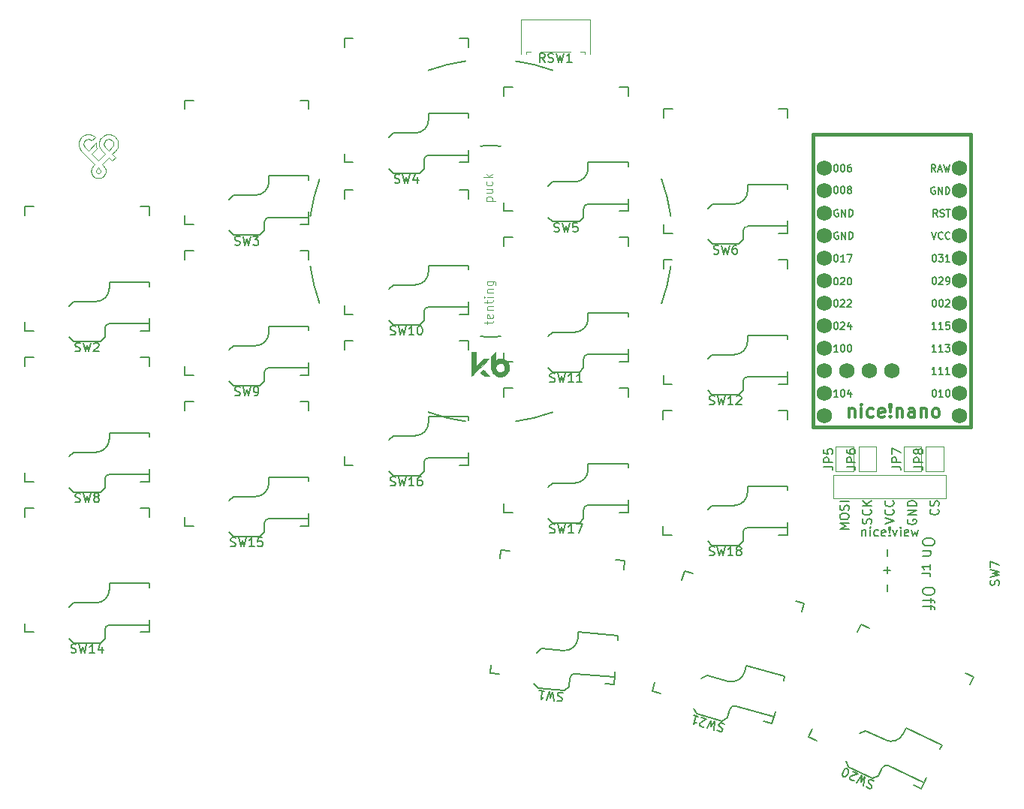
<source format=gbr>
%TF.GenerationSoftware,KiCad,Pcbnew,(6.0.0)*%
%TF.CreationDate,2022-10-23T17:08:23-07:00*%
%TF.ProjectId,half-swept,68616c66-2d73-4776-9570-742e6b696361,rev?*%
%TF.SameCoordinates,Original*%
%TF.FileFunction,Legend,Top*%
%TF.FilePolarity,Positive*%
%FSLAX46Y46*%
G04 Gerber Fmt 4.6, Leading zero omitted, Abs format (unit mm)*
G04 Created by KiCad (PCBNEW (6.0.0)) date 2022-10-23 17:08:23*
%MOMM*%
%LPD*%
G01*
G04 APERTURE LIST*
%ADD10C,0.150000*%
%ADD11C,0.100000*%
%ADD12C,0.300000*%
%ADD13C,0.200000*%
%ADD14C,0.040000*%
%ADD15C,0.120000*%
%ADD16C,0.010000*%
%ADD17C,0.381000*%
%ADD18C,1.752600*%
G04 APERTURE END LIST*
D10*
%TO.C,RSW1*%
X74237579Y-17999884D02*
X73904245Y-17523694D01*
X73666150Y-17999884D02*
X73666150Y-16999884D01*
X74047103Y-16999884D01*
X74142341Y-17047504D01*
X74189960Y-17095123D01*
X74237579Y-17190361D01*
X74237579Y-17333218D01*
X74189960Y-17428456D01*
X74142341Y-17476075D01*
X74047103Y-17523694D01*
X73666150Y-17523694D01*
X74618531Y-17952265D02*
X74761388Y-17999884D01*
X74999484Y-17999884D01*
X75094722Y-17952265D01*
X75142341Y-17904646D01*
X75189960Y-17809408D01*
X75189960Y-17714170D01*
X75142341Y-17618932D01*
X75094722Y-17571313D01*
X74999484Y-17523694D01*
X74809007Y-17476075D01*
X74713769Y-17428456D01*
X74666150Y-17380837D01*
X74618531Y-17285599D01*
X74618531Y-17190361D01*
X74666150Y-17095123D01*
X74713769Y-17047504D01*
X74809007Y-16999884D01*
X75047103Y-16999884D01*
X75189960Y-17047504D01*
X75523293Y-16999884D02*
X75761388Y-17999884D01*
X75951865Y-17285599D01*
X76142341Y-17999884D01*
X76380436Y-16999884D01*
X77285198Y-17999884D02*
X76713769Y-17999884D01*
X76999484Y-17999884D02*
X76999484Y-16999884D01*
X76904245Y-17142742D01*
X76809007Y-17237980D01*
X76713769Y-17285599D01*
%TO.C,SW2*%
X21293531Y-50599763D02*
X21436388Y-50647382D01*
X21674484Y-50647382D01*
X21769722Y-50599763D01*
X21817341Y-50552144D01*
X21864960Y-50456906D01*
X21864960Y-50361668D01*
X21817341Y-50266430D01*
X21769722Y-50218811D01*
X21674484Y-50171192D01*
X21484007Y-50123573D01*
X21388769Y-50075954D01*
X21341150Y-50028335D01*
X21293531Y-49933097D01*
X21293531Y-49837859D01*
X21341150Y-49742621D01*
X21388769Y-49695002D01*
X21484007Y-49647382D01*
X21722103Y-49647382D01*
X21864960Y-49695002D01*
X22198293Y-49647382D02*
X22436388Y-50647382D01*
X22626865Y-49933097D01*
X22817341Y-50647382D01*
X23055436Y-49647382D01*
X23388769Y-49742621D02*
X23436388Y-49695002D01*
X23531626Y-49647382D01*
X23769722Y-49647382D01*
X23864960Y-49695002D01*
X23912579Y-49742621D01*
X23960198Y-49837859D01*
X23960198Y-49933097D01*
X23912579Y-50075954D01*
X23341150Y-50647382D01*
X23960198Y-50647382D01*
%TO.C,SW3*%
X39293533Y-38599763D02*
X39436390Y-38647382D01*
X39674486Y-38647382D01*
X39769724Y-38599763D01*
X39817343Y-38552144D01*
X39864962Y-38456906D01*
X39864962Y-38361668D01*
X39817343Y-38266430D01*
X39769724Y-38218811D01*
X39674486Y-38171192D01*
X39484009Y-38123573D01*
X39388771Y-38075954D01*
X39341152Y-38028335D01*
X39293533Y-37933097D01*
X39293533Y-37837859D01*
X39341152Y-37742621D01*
X39388771Y-37695002D01*
X39484009Y-37647382D01*
X39722105Y-37647382D01*
X39864962Y-37695002D01*
X40198295Y-37647382D02*
X40436390Y-38647382D01*
X40626867Y-37933097D01*
X40817343Y-38647382D01*
X41055438Y-37647382D01*
X41341152Y-37647382D02*
X41960200Y-37647382D01*
X41626867Y-38028335D01*
X41769724Y-38028335D01*
X41864962Y-38075954D01*
X41912581Y-38123573D01*
X41960200Y-38218811D01*
X41960200Y-38456906D01*
X41912581Y-38552144D01*
X41864962Y-38599763D01*
X41769724Y-38647382D01*
X41484009Y-38647382D01*
X41388771Y-38599763D01*
X41341152Y-38552144D01*
%TO.C,SW4*%
X57293530Y-31599763D02*
X57436387Y-31647382D01*
X57674483Y-31647382D01*
X57769721Y-31599763D01*
X57817340Y-31552144D01*
X57864959Y-31456906D01*
X57864959Y-31361668D01*
X57817340Y-31266430D01*
X57769721Y-31218811D01*
X57674483Y-31171192D01*
X57484006Y-31123573D01*
X57388768Y-31075954D01*
X57341149Y-31028335D01*
X57293530Y-30933097D01*
X57293530Y-30837859D01*
X57341149Y-30742621D01*
X57388768Y-30695002D01*
X57484006Y-30647382D01*
X57722102Y-30647382D01*
X57864959Y-30695002D01*
X58198292Y-30647382D02*
X58436387Y-31647382D01*
X58626864Y-30933097D01*
X58817340Y-31647382D01*
X59055435Y-30647382D01*
X59864959Y-30980716D02*
X59864959Y-31647382D01*
X59626864Y-30599763D02*
X59388768Y-31314049D01*
X60007816Y-31314049D01*
%TO.C,SW5*%
X75293531Y-37099764D02*
X75436388Y-37147383D01*
X75674484Y-37147383D01*
X75769722Y-37099764D01*
X75817341Y-37052145D01*
X75864960Y-36956907D01*
X75864960Y-36861669D01*
X75817341Y-36766431D01*
X75769722Y-36718812D01*
X75674484Y-36671193D01*
X75484007Y-36623574D01*
X75388769Y-36575955D01*
X75341150Y-36528336D01*
X75293531Y-36433098D01*
X75293531Y-36337860D01*
X75341150Y-36242622D01*
X75388769Y-36195003D01*
X75484007Y-36147383D01*
X75722103Y-36147383D01*
X75864960Y-36195003D01*
X76198293Y-36147383D02*
X76436388Y-37147383D01*
X76626865Y-36433098D01*
X76817341Y-37147383D01*
X77055436Y-36147383D01*
X77912579Y-36147383D02*
X77436388Y-36147383D01*
X77388769Y-36623574D01*
X77436388Y-36575955D01*
X77531626Y-36528336D01*
X77769722Y-36528336D01*
X77864960Y-36575955D01*
X77912579Y-36623574D01*
X77960198Y-36718812D01*
X77960198Y-36956907D01*
X77912579Y-37052145D01*
X77864960Y-37099764D01*
X77769722Y-37147383D01*
X77531626Y-37147383D01*
X77436388Y-37099764D01*
X77388769Y-37052145D01*
%TO.C,SW6*%
X93293529Y-39599763D02*
X93436386Y-39647382D01*
X93674482Y-39647382D01*
X93769720Y-39599763D01*
X93817339Y-39552144D01*
X93864958Y-39456906D01*
X93864958Y-39361668D01*
X93817339Y-39266430D01*
X93769720Y-39218811D01*
X93674482Y-39171192D01*
X93484005Y-39123573D01*
X93388767Y-39075954D01*
X93341148Y-39028335D01*
X93293529Y-38933097D01*
X93293529Y-38837859D01*
X93341148Y-38742621D01*
X93388767Y-38695002D01*
X93484005Y-38647382D01*
X93722101Y-38647382D01*
X93864958Y-38695002D01*
X94198291Y-38647382D02*
X94436386Y-39647382D01*
X94626863Y-38933097D01*
X94817339Y-39647382D01*
X95055434Y-38647382D01*
X95864958Y-38647382D02*
X95674482Y-38647382D01*
X95579243Y-38695002D01*
X95531624Y-38742621D01*
X95436386Y-38885478D01*
X95388767Y-39075954D01*
X95388767Y-39456906D01*
X95436386Y-39552144D01*
X95484005Y-39599763D01*
X95579243Y-39647382D01*
X95769720Y-39647382D01*
X95864958Y-39599763D01*
X95912577Y-39552144D01*
X95960196Y-39456906D01*
X95960196Y-39218811D01*
X95912577Y-39123573D01*
X95864958Y-39075954D01*
X95769720Y-39028335D01*
X95579243Y-39028335D01*
X95484005Y-39075954D01*
X95436386Y-39123573D01*
X95388767Y-39218811D01*
%TO.C,SW8*%
X21293531Y-67599763D02*
X21436388Y-67647382D01*
X21674484Y-67647382D01*
X21769722Y-67599763D01*
X21817341Y-67552144D01*
X21864960Y-67456906D01*
X21864960Y-67361668D01*
X21817341Y-67266430D01*
X21769722Y-67218811D01*
X21674484Y-67171192D01*
X21484007Y-67123573D01*
X21388769Y-67075954D01*
X21341150Y-67028335D01*
X21293531Y-66933097D01*
X21293531Y-66837859D01*
X21341150Y-66742621D01*
X21388769Y-66695002D01*
X21484007Y-66647382D01*
X21722103Y-66647382D01*
X21864960Y-66695002D01*
X22198293Y-66647382D02*
X22436388Y-67647382D01*
X22626865Y-66933097D01*
X22817341Y-67647382D01*
X23055436Y-66647382D01*
X23579245Y-67075954D02*
X23484007Y-67028335D01*
X23436388Y-66980716D01*
X23388769Y-66885478D01*
X23388769Y-66837859D01*
X23436388Y-66742621D01*
X23484007Y-66695002D01*
X23579245Y-66647382D01*
X23769722Y-66647382D01*
X23864960Y-66695002D01*
X23912579Y-66742621D01*
X23960198Y-66837859D01*
X23960198Y-66885478D01*
X23912579Y-66980716D01*
X23864960Y-67028335D01*
X23769722Y-67075954D01*
X23579245Y-67075954D01*
X23484007Y-67123573D01*
X23436388Y-67171192D01*
X23388769Y-67266430D01*
X23388769Y-67456906D01*
X23436388Y-67552144D01*
X23484007Y-67599763D01*
X23579245Y-67647382D01*
X23769722Y-67647382D01*
X23864960Y-67599763D01*
X23912579Y-67552144D01*
X23960198Y-67456906D01*
X23960198Y-67266430D01*
X23912579Y-67171192D01*
X23864960Y-67123573D01*
X23769722Y-67075954D01*
%TO.C,SW9*%
X39293533Y-55573763D02*
X39436390Y-55621382D01*
X39674486Y-55621382D01*
X39769724Y-55573763D01*
X39817343Y-55526144D01*
X39864962Y-55430906D01*
X39864962Y-55335668D01*
X39817343Y-55240430D01*
X39769724Y-55192811D01*
X39674486Y-55145192D01*
X39484009Y-55097573D01*
X39388771Y-55049954D01*
X39341152Y-55002335D01*
X39293533Y-54907097D01*
X39293533Y-54811859D01*
X39341152Y-54716621D01*
X39388771Y-54669002D01*
X39484009Y-54621382D01*
X39722105Y-54621382D01*
X39864962Y-54669002D01*
X40198295Y-54621382D02*
X40436390Y-55621382D01*
X40626867Y-54907097D01*
X40817343Y-55621382D01*
X41055438Y-54621382D01*
X41484009Y-55621382D02*
X41674486Y-55621382D01*
X41769724Y-55573763D01*
X41817343Y-55526144D01*
X41912581Y-55383287D01*
X41960200Y-55192811D01*
X41960200Y-54811859D01*
X41912581Y-54716621D01*
X41864962Y-54669002D01*
X41769724Y-54621382D01*
X41579247Y-54621382D01*
X41484009Y-54669002D01*
X41436390Y-54716621D01*
X41388771Y-54811859D01*
X41388771Y-55049954D01*
X41436390Y-55145192D01*
X41484009Y-55192811D01*
X41579247Y-55240430D01*
X41769724Y-55240430D01*
X41864962Y-55192811D01*
X41912581Y-55145192D01*
X41960200Y-55049954D01*
%TO.C,SW10*%
X56817342Y-48715763D02*
X56960199Y-48763382D01*
X57198294Y-48763382D01*
X57293532Y-48715763D01*
X57341151Y-48668144D01*
X57388770Y-48572906D01*
X57388770Y-48477668D01*
X57341151Y-48382430D01*
X57293532Y-48334811D01*
X57198294Y-48287192D01*
X57007818Y-48239573D01*
X56912580Y-48191954D01*
X56864961Y-48144335D01*
X56817342Y-48049097D01*
X56817342Y-47953859D01*
X56864961Y-47858621D01*
X56912580Y-47811002D01*
X57007818Y-47763382D01*
X57245913Y-47763382D01*
X57388770Y-47811002D01*
X57722104Y-47763382D02*
X57960199Y-48763382D01*
X58150675Y-48049097D01*
X58341151Y-48763382D01*
X58579246Y-47763382D01*
X59484008Y-48763382D02*
X58912580Y-48763382D01*
X59198294Y-48763382D02*
X59198294Y-47763382D01*
X59103056Y-47906240D01*
X59007818Y-48001478D01*
X58912580Y-48049097D01*
X60103056Y-47763382D02*
X60198294Y-47763382D01*
X60293532Y-47811002D01*
X60341151Y-47858621D01*
X60388770Y-47953859D01*
X60436389Y-48144335D01*
X60436389Y-48382430D01*
X60388770Y-48572906D01*
X60341151Y-48668144D01*
X60293532Y-48715763D01*
X60198294Y-48763382D01*
X60103056Y-48763382D01*
X60007818Y-48715763D01*
X59960199Y-48668144D01*
X59912580Y-48572906D01*
X59864961Y-48382430D01*
X59864961Y-48144335D01*
X59912580Y-47953859D01*
X59960199Y-47858621D01*
X60007818Y-47811002D01*
X60103056Y-47763382D01*
%TO.C,SW11*%
X74817343Y-54049766D02*
X74960200Y-54097385D01*
X75198295Y-54097385D01*
X75293533Y-54049766D01*
X75341152Y-54002147D01*
X75388771Y-53906909D01*
X75388771Y-53811671D01*
X75341152Y-53716433D01*
X75293533Y-53668814D01*
X75198295Y-53621195D01*
X75007819Y-53573576D01*
X74912581Y-53525957D01*
X74864962Y-53478338D01*
X74817343Y-53383100D01*
X74817343Y-53287862D01*
X74864962Y-53192624D01*
X74912581Y-53145005D01*
X75007819Y-53097385D01*
X75245914Y-53097385D01*
X75388771Y-53145005D01*
X75722105Y-53097385D02*
X75960200Y-54097385D01*
X76150676Y-53383100D01*
X76341152Y-54097385D01*
X76579247Y-53097385D01*
X77484009Y-54097385D02*
X76912581Y-54097385D01*
X77198295Y-54097385D02*
X77198295Y-53097385D01*
X77103057Y-53240243D01*
X77007819Y-53335481D01*
X76912581Y-53383100D01*
X78436390Y-54097385D02*
X77864962Y-54097385D01*
X78150676Y-54097385D02*
X78150676Y-53097385D01*
X78055438Y-53240243D01*
X77960200Y-53335481D01*
X77864962Y-53383100D01*
%TO.C,SW12*%
X92797341Y-56589763D02*
X92940198Y-56637382D01*
X93178293Y-56637382D01*
X93273531Y-56589763D01*
X93321150Y-56542144D01*
X93368769Y-56446906D01*
X93368769Y-56351668D01*
X93321150Y-56256430D01*
X93273531Y-56208811D01*
X93178293Y-56161192D01*
X92987817Y-56113573D01*
X92892579Y-56065954D01*
X92844960Y-56018335D01*
X92797341Y-55923097D01*
X92797341Y-55827859D01*
X92844960Y-55732621D01*
X92892579Y-55685002D01*
X92987817Y-55637382D01*
X93225912Y-55637382D01*
X93368769Y-55685002D01*
X93702103Y-55637382D02*
X93940198Y-56637382D01*
X94130674Y-55923097D01*
X94321150Y-56637382D01*
X94559245Y-55637382D01*
X95464007Y-56637382D02*
X94892579Y-56637382D01*
X95178293Y-56637382D02*
X95178293Y-55637382D01*
X95083055Y-55780240D01*
X94987817Y-55875478D01*
X94892579Y-55923097D01*
X95844960Y-55732621D02*
X95892579Y-55685002D01*
X95987817Y-55637382D01*
X96225912Y-55637382D01*
X96321150Y-55685002D01*
X96368769Y-55732621D01*
X96416388Y-55827859D01*
X96416388Y-55923097D01*
X96368769Y-56065954D01*
X95797341Y-56637382D01*
X96416388Y-56637382D01*
%TO.C,SW14*%
X20817341Y-84599760D02*
X20960198Y-84647379D01*
X21198293Y-84647379D01*
X21293531Y-84599760D01*
X21341150Y-84552141D01*
X21388769Y-84456903D01*
X21388769Y-84361665D01*
X21341150Y-84266427D01*
X21293531Y-84218808D01*
X21198293Y-84171189D01*
X21007817Y-84123570D01*
X20912579Y-84075951D01*
X20864960Y-84028332D01*
X20817341Y-83933094D01*
X20817341Y-83837856D01*
X20864960Y-83742618D01*
X20912579Y-83694999D01*
X21007817Y-83647379D01*
X21245912Y-83647379D01*
X21388769Y-83694999D01*
X21722103Y-83647379D02*
X21960198Y-84647379D01*
X22150674Y-83933094D01*
X22341150Y-84647379D01*
X22579245Y-83647379D01*
X23484007Y-84647379D02*
X22912579Y-84647379D01*
X23198293Y-84647379D02*
X23198293Y-83647379D01*
X23103055Y-83790237D01*
X23007817Y-83885475D01*
X22912579Y-83933094D01*
X24341150Y-83980713D02*
X24341150Y-84647379D01*
X24103055Y-83599760D02*
X23864960Y-84314046D01*
X24484007Y-84314046D01*
%TO.C,SW15*%
X38817340Y-72591762D02*
X38960197Y-72639381D01*
X39198292Y-72639381D01*
X39293530Y-72591762D01*
X39341149Y-72544143D01*
X39388768Y-72448905D01*
X39388768Y-72353667D01*
X39341149Y-72258429D01*
X39293530Y-72210810D01*
X39198292Y-72163191D01*
X39007816Y-72115572D01*
X38912578Y-72067953D01*
X38864959Y-72020334D01*
X38817340Y-71925096D01*
X38817340Y-71829858D01*
X38864959Y-71734620D01*
X38912578Y-71687001D01*
X39007816Y-71639381D01*
X39245911Y-71639381D01*
X39388768Y-71687001D01*
X39722102Y-71639381D02*
X39960197Y-72639381D01*
X40150673Y-71925096D01*
X40341149Y-72639381D01*
X40579244Y-71639381D01*
X41484006Y-72639381D02*
X40912578Y-72639381D01*
X41198292Y-72639381D02*
X41198292Y-71639381D01*
X41103054Y-71782239D01*
X41007816Y-71877477D01*
X40912578Y-71925096D01*
X42388768Y-71639381D02*
X41912578Y-71639381D01*
X41864959Y-72115572D01*
X41912578Y-72067953D01*
X42007816Y-72020334D01*
X42245911Y-72020334D01*
X42341149Y-72067953D01*
X42388768Y-72115572D01*
X42436387Y-72210810D01*
X42436387Y-72448905D01*
X42388768Y-72544143D01*
X42341149Y-72591762D01*
X42245911Y-72639381D01*
X42007816Y-72639381D01*
X41912578Y-72591762D01*
X41864959Y-72544143D01*
%TO.C,SW16*%
X56817339Y-65733764D02*
X56960196Y-65781383D01*
X57198291Y-65781383D01*
X57293529Y-65733764D01*
X57341148Y-65686145D01*
X57388767Y-65590907D01*
X57388767Y-65495669D01*
X57341148Y-65400431D01*
X57293529Y-65352812D01*
X57198291Y-65305193D01*
X57007815Y-65257574D01*
X56912577Y-65209955D01*
X56864958Y-65162336D01*
X56817339Y-65067098D01*
X56817339Y-64971860D01*
X56864958Y-64876622D01*
X56912577Y-64829003D01*
X57007815Y-64781383D01*
X57245910Y-64781383D01*
X57388767Y-64829003D01*
X57722101Y-64781383D02*
X57960196Y-65781383D01*
X58150672Y-65067098D01*
X58341148Y-65781383D01*
X58579243Y-64781383D01*
X59484005Y-65781383D02*
X58912577Y-65781383D01*
X59198291Y-65781383D02*
X59198291Y-64781383D01*
X59103053Y-64924241D01*
X59007815Y-65019479D01*
X58912577Y-65067098D01*
X60341148Y-64781383D02*
X60150672Y-64781383D01*
X60055434Y-64829003D01*
X60007815Y-64876622D01*
X59912577Y-65019479D01*
X59864958Y-65209955D01*
X59864958Y-65590907D01*
X59912577Y-65686145D01*
X59960196Y-65733764D01*
X60055434Y-65781383D01*
X60245910Y-65781383D01*
X60341148Y-65733764D01*
X60388767Y-65686145D01*
X60436386Y-65590907D01*
X60436386Y-65352812D01*
X60388767Y-65257574D01*
X60341148Y-65209955D01*
X60245910Y-65162336D01*
X60055434Y-65162336D01*
X59960196Y-65209955D01*
X59912577Y-65257574D01*
X59864958Y-65352812D01*
%TO.C,SW17*%
X74817341Y-71067766D02*
X74960198Y-71115385D01*
X75198293Y-71115385D01*
X75293531Y-71067766D01*
X75341150Y-71020147D01*
X75388769Y-70924909D01*
X75388769Y-70829671D01*
X75341150Y-70734433D01*
X75293531Y-70686814D01*
X75198293Y-70639195D01*
X75007817Y-70591576D01*
X74912579Y-70543957D01*
X74864960Y-70496338D01*
X74817341Y-70401100D01*
X74817341Y-70305862D01*
X74864960Y-70210624D01*
X74912579Y-70163005D01*
X75007817Y-70115385D01*
X75245912Y-70115385D01*
X75388769Y-70163005D01*
X75722103Y-70115385D02*
X75960198Y-71115385D01*
X76150674Y-70401100D01*
X76341150Y-71115385D01*
X76579245Y-70115385D01*
X77484007Y-71115385D02*
X76912579Y-71115385D01*
X77198293Y-71115385D02*
X77198293Y-70115385D01*
X77103055Y-70258243D01*
X77007817Y-70353481D01*
X76912579Y-70401100D01*
X77817341Y-70115385D02*
X78484007Y-70115385D01*
X78055436Y-71115385D01*
%TO.C,SW18*%
X92790995Y-73607763D02*
X92933852Y-73655382D01*
X93171947Y-73655382D01*
X93267185Y-73607763D01*
X93314804Y-73560144D01*
X93362423Y-73464906D01*
X93362423Y-73369668D01*
X93314804Y-73274430D01*
X93267185Y-73226811D01*
X93171947Y-73179192D01*
X92981471Y-73131573D01*
X92886233Y-73083954D01*
X92838614Y-73036335D01*
X92790995Y-72941097D01*
X92790995Y-72845859D01*
X92838614Y-72750621D01*
X92886233Y-72703002D01*
X92981471Y-72655382D01*
X93219566Y-72655382D01*
X93362423Y-72703002D01*
X93695757Y-72655382D02*
X93933852Y-73655382D01*
X94124328Y-72941097D01*
X94314804Y-73655382D01*
X94552899Y-72655382D01*
X95457661Y-73655382D02*
X94886233Y-73655382D01*
X95171947Y-73655382D02*
X95171947Y-72655382D01*
X95076709Y-72798240D01*
X94981471Y-72893478D01*
X94886233Y-72941097D01*
X96029090Y-73083954D02*
X95933852Y-73036335D01*
X95886233Y-72988716D01*
X95838614Y-72893478D01*
X95838614Y-72845859D01*
X95886233Y-72750621D01*
X95933852Y-72703002D01*
X96029090Y-72655382D01*
X96219566Y-72655382D01*
X96314804Y-72703002D01*
X96362423Y-72750621D01*
X96410042Y-72845859D01*
X96410042Y-72893478D01*
X96362423Y-72988716D01*
X96314804Y-73036335D01*
X96219566Y-73083954D01*
X96029090Y-73083954D01*
X95933852Y-73131573D01*
X95886233Y-73179192D01*
X95838614Y-73274430D01*
X95838614Y-73464906D01*
X95886233Y-73560144D01*
X95933852Y-73607763D01*
X96029090Y-73655382D01*
X96219566Y-73655382D01*
X96314804Y-73607763D01*
X96362423Y-73560144D01*
X96410042Y-73464906D01*
X96410042Y-73274430D01*
X96362423Y-73179192D01*
X96314804Y-73131573D01*
X96219566Y-73083954D01*
%TO.C,SW20*%
X111380836Y-99159974D02*
X111271488Y-99056443D01*
X111055700Y-98955819D01*
X110949261Y-98958728D01*
X110885978Y-98981760D01*
X110802572Y-99047951D01*
X110762322Y-99134266D01*
X110765230Y-99240706D01*
X110788263Y-99303988D01*
X110854454Y-99387395D01*
X111006959Y-99511051D01*
X111073149Y-99594458D01*
X111096182Y-99657740D01*
X111099090Y-99764180D01*
X111058841Y-99850495D01*
X110975434Y-99916685D01*
X110912152Y-99939718D01*
X110805712Y-99942626D01*
X110589925Y-99842003D01*
X110480577Y-99738471D01*
X110158349Y-99640756D02*
X110365180Y-98633825D01*
X109890680Y-99200689D01*
X110019920Y-98472827D01*
X109381514Y-99278512D01*
X109119661Y-99051324D02*
X109056379Y-99074357D01*
X108949939Y-99077265D01*
X108734151Y-98976641D01*
X108667961Y-98893235D01*
X108644928Y-98829952D01*
X108642020Y-98723513D01*
X108682270Y-98637198D01*
X108785801Y-98527850D01*
X109545187Y-98251456D01*
X108984140Y-97989835D01*
X108000474Y-98634522D02*
X107914159Y-98594272D01*
X107847968Y-98510866D01*
X107824936Y-98447583D01*
X107822027Y-98341144D01*
X107859369Y-98148389D01*
X107959992Y-97932601D01*
X108083648Y-97780096D01*
X108167055Y-97713906D01*
X108230337Y-97690873D01*
X108336777Y-97687965D01*
X108423092Y-97728214D01*
X108489282Y-97811621D01*
X108512315Y-97874903D01*
X108515223Y-97981343D01*
X108477882Y-98174098D01*
X108377259Y-98389885D01*
X108253603Y-98542391D01*
X108170196Y-98608581D01*
X108106913Y-98631614D01*
X108000474Y-98634522D01*
%TO.C,SW21*%
X94478587Y-92669453D02*
X94352923Y-92586482D01*
X94122940Y-92524859D01*
X94018623Y-92546206D01*
X93960302Y-92579877D01*
X93889656Y-92659546D01*
X93865006Y-92751538D01*
X93886353Y-92855856D01*
X93920025Y-92914177D01*
X93999693Y-92984823D01*
X94171354Y-93080119D01*
X94251023Y-93150764D01*
X94284694Y-93209086D01*
X94306041Y-93313403D01*
X94281392Y-93405396D01*
X94210746Y-93485064D01*
X94152425Y-93518736D01*
X94048107Y-93540083D01*
X93818125Y-93478460D01*
X93692460Y-93395489D01*
X93358160Y-93355212D02*
X93386997Y-92327663D01*
X93018140Y-92968311D01*
X93019025Y-92229065D01*
X92530224Y-93133368D01*
X92232898Y-92955102D02*
X92174577Y-92988773D01*
X92070259Y-93010120D01*
X91840277Y-92948497D01*
X91760608Y-92877851D01*
X91726937Y-92819530D01*
X91705590Y-92715212D01*
X91730239Y-92623219D01*
X91813210Y-92497554D01*
X92513064Y-92093493D01*
X91915110Y-91933272D01*
X90995181Y-91686778D02*
X91547138Y-91834674D01*
X91271159Y-91760726D02*
X91012340Y-92726652D01*
X91141307Y-92613312D01*
X91257950Y-92545968D01*
X91362267Y-92524621D01*
D11*
%TO.C,REF\u002A\u002A*%
X67722080Y-47563003D02*
X67722080Y-47182050D01*
X67388746Y-47420145D02*
X68245889Y-47420145D01*
X68341127Y-47372526D01*
X68388746Y-47277288D01*
X68388746Y-47182050D01*
X68341127Y-46467764D02*
X68388746Y-46563003D01*
X68388746Y-46753479D01*
X68341127Y-46848717D01*
X68245889Y-46896336D01*
X67864937Y-46896336D01*
X67769699Y-46848717D01*
X67722080Y-46753479D01*
X67722080Y-46563003D01*
X67769699Y-46467764D01*
X67864937Y-46420145D01*
X67960175Y-46420145D01*
X68055413Y-46896336D01*
X67722080Y-45991574D02*
X68388746Y-45991574D01*
X67817318Y-45991574D02*
X67769699Y-45943955D01*
X67722080Y-45848717D01*
X67722080Y-45705860D01*
X67769699Y-45610622D01*
X67864937Y-45563003D01*
X68388746Y-45563003D01*
X67722080Y-45229669D02*
X67722080Y-44848717D01*
X67388746Y-45086812D02*
X68245889Y-45086812D01*
X68341127Y-45039193D01*
X68388746Y-44943955D01*
X68388746Y-44848717D01*
X68388746Y-44515383D02*
X67722080Y-44515383D01*
X67388746Y-44515383D02*
X67436366Y-44563003D01*
X67483985Y-44515383D01*
X67436366Y-44467764D01*
X67388746Y-44515383D01*
X67483985Y-44515383D01*
X67722080Y-44039193D02*
X68388746Y-44039193D01*
X67817318Y-44039193D02*
X67769699Y-43991574D01*
X67722080Y-43896336D01*
X67722080Y-43753479D01*
X67769699Y-43658241D01*
X67864937Y-43610622D01*
X68388746Y-43610622D01*
X67722080Y-42705860D02*
X68531604Y-42705860D01*
X68626842Y-42753479D01*
X68674461Y-42801098D01*
X68722080Y-42896336D01*
X68722080Y-43039193D01*
X68674461Y-43134431D01*
X68341127Y-42705860D02*
X68388746Y-42801098D01*
X68388746Y-42991574D01*
X68341127Y-43086812D01*
X68293508Y-43134431D01*
X68198270Y-43182050D01*
X67912556Y-43182050D01*
X67817318Y-43134431D01*
X67769699Y-43086812D01*
X67722080Y-42991574D01*
X67722080Y-42801098D01*
X67769699Y-42705860D01*
X67658580Y-33672503D02*
X68658580Y-33672503D01*
X67706199Y-33672503D02*
X67658580Y-33577264D01*
X67658580Y-33386788D01*
X67706199Y-33291550D01*
X67753818Y-33243931D01*
X67849056Y-33196312D01*
X68134770Y-33196312D01*
X68230008Y-33243931D01*
X68277627Y-33291550D01*
X68325246Y-33386788D01*
X68325246Y-33577264D01*
X68277627Y-33672503D01*
X67658580Y-32339169D02*
X68325246Y-32339169D01*
X67658580Y-32767741D02*
X68182389Y-32767741D01*
X68277627Y-32720122D01*
X68325246Y-32624883D01*
X68325246Y-32482026D01*
X68277627Y-32386788D01*
X68230008Y-32339169D01*
X68277627Y-31434407D02*
X68325246Y-31529645D01*
X68325246Y-31720122D01*
X68277627Y-31815360D01*
X68230008Y-31862979D01*
X68134770Y-31910598D01*
X67849056Y-31910598D01*
X67753818Y-31862979D01*
X67706199Y-31815360D01*
X67658580Y-31720122D01*
X67658580Y-31529645D01*
X67706199Y-31434407D01*
X68325246Y-31005836D02*
X67325246Y-31005836D01*
X67944294Y-30910598D02*
X68325246Y-30624883D01*
X67658580Y-30624883D02*
X68039532Y-31005836D01*
D12*
%TO.C,U1*%
X108595149Y-57082323D02*
X108595149Y-58082323D01*
X108595149Y-57225180D02*
X108666578Y-57153752D01*
X108809435Y-57082323D01*
X109023721Y-57082323D01*
X109166578Y-57153752D01*
X109238006Y-57296609D01*
X109238006Y-58082323D01*
X109952292Y-58082323D02*
X109952292Y-57082323D01*
X109952292Y-56582323D02*
X109880864Y-56653752D01*
X109952292Y-56725180D01*
X110023721Y-56653752D01*
X109952292Y-56582323D01*
X109952292Y-56725180D01*
X111309435Y-58010894D02*
X111166578Y-58082323D01*
X110880864Y-58082323D01*
X110738006Y-58010894D01*
X110666578Y-57939466D01*
X110595149Y-57796609D01*
X110595149Y-57368037D01*
X110666578Y-57225180D01*
X110738006Y-57153752D01*
X110880864Y-57082323D01*
X111166578Y-57082323D01*
X111309435Y-57153752D01*
X112523721Y-58010894D02*
X112380864Y-58082323D01*
X112095149Y-58082323D01*
X111952292Y-58010894D01*
X111880864Y-57868037D01*
X111880864Y-57296609D01*
X111952292Y-57153752D01*
X112095149Y-57082323D01*
X112380864Y-57082323D01*
X112523721Y-57153752D01*
X112595149Y-57296609D01*
X112595149Y-57439466D01*
X111880864Y-57582323D01*
X113238006Y-57939466D02*
X113309435Y-58010894D01*
X113238006Y-58082323D01*
X113166578Y-58010894D01*
X113238006Y-57939466D01*
X113238006Y-58082323D01*
X113238006Y-57510894D02*
X113166578Y-56653752D01*
X113238006Y-56582323D01*
X113309435Y-56653752D01*
X113238006Y-57510894D01*
X113238006Y-56582323D01*
X113952292Y-57082323D02*
X113952292Y-58082323D01*
X113952292Y-57225180D02*
X114023721Y-57153752D01*
X114166578Y-57082323D01*
X114380864Y-57082323D01*
X114523721Y-57153752D01*
X114595149Y-57296609D01*
X114595149Y-58082323D01*
X115952292Y-58082323D02*
X115952292Y-57296609D01*
X115880864Y-57153752D01*
X115738006Y-57082323D01*
X115452292Y-57082323D01*
X115309435Y-57153752D01*
X115952292Y-58010894D02*
X115809435Y-58082323D01*
X115452292Y-58082323D01*
X115309435Y-58010894D01*
X115238006Y-57868037D01*
X115238006Y-57725180D01*
X115309435Y-57582323D01*
X115452292Y-57510894D01*
X115809435Y-57510894D01*
X115952292Y-57439466D01*
X116666578Y-57082323D02*
X116666578Y-58082323D01*
X116666578Y-57225180D02*
X116738006Y-57153752D01*
X116880864Y-57082323D01*
X117095149Y-57082323D01*
X117238006Y-57153752D01*
X117309435Y-57296609D01*
X117309435Y-58082323D01*
X118238006Y-58082323D02*
X118095149Y-58010894D01*
X118023721Y-57939466D01*
X117952292Y-57796609D01*
X117952292Y-57368037D01*
X118023721Y-57225180D01*
X118095149Y-57153752D01*
X118238006Y-57082323D01*
X118452292Y-57082323D01*
X118595149Y-57153752D01*
X118666578Y-57225180D01*
X118738006Y-57368037D01*
X118738006Y-57796609D01*
X118666578Y-57939466D01*
X118595149Y-58010894D01*
X118452292Y-58082323D01*
X118238006Y-58082323D01*
D10*
X107306340Y-55733656D02*
X106849197Y-55733656D01*
X107077769Y-55733656D02*
X107077769Y-54933656D01*
X107001578Y-55047942D01*
X106925388Y-55124132D01*
X106849197Y-55162228D01*
X107801578Y-54933656D02*
X107877769Y-54933656D01*
X107953959Y-54971752D01*
X107992054Y-55009847D01*
X108030150Y-55086037D01*
X108068245Y-55238418D01*
X108068245Y-55428894D01*
X108030150Y-55581275D01*
X107992054Y-55657466D01*
X107953959Y-55695561D01*
X107877769Y-55733656D01*
X107801578Y-55733656D01*
X107725388Y-55695561D01*
X107687293Y-55657466D01*
X107649197Y-55581275D01*
X107611102Y-55428894D01*
X107611102Y-55238418D01*
X107649197Y-55086037D01*
X107687293Y-55009847D01*
X107725388Y-54971752D01*
X107801578Y-54933656D01*
X108753959Y-55200323D02*
X108753959Y-55733656D01*
X108563483Y-54895561D02*
X108373007Y-55466990D01*
X108868245Y-55466990D01*
X118114055Y-42233656D02*
X118190245Y-42233656D01*
X118266435Y-42271752D01*
X118304531Y-42309847D01*
X118342626Y-42386037D01*
X118380721Y-42538418D01*
X118380721Y-42728894D01*
X118342626Y-42881275D01*
X118304531Y-42957466D01*
X118266435Y-42995561D01*
X118190245Y-43033656D01*
X118114055Y-43033656D01*
X118037864Y-42995561D01*
X117999769Y-42957466D01*
X117961674Y-42881275D01*
X117923578Y-42728894D01*
X117923578Y-42538418D01*
X117961674Y-42386037D01*
X117999769Y-42309847D01*
X118037864Y-42271752D01*
X118114055Y-42233656D01*
X118685483Y-42309847D02*
X118723578Y-42271752D01*
X118799769Y-42233656D01*
X118990245Y-42233656D01*
X119066435Y-42271752D01*
X119104531Y-42309847D01*
X119142626Y-42386037D01*
X119142626Y-42462228D01*
X119104531Y-42576513D01*
X118647388Y-43033656D01*
X119142626Y-43033656D01*
X119523578Y-43033656D02*
X119675959Y-43033656D01*
X119752150Y-42995561D01*
X119790245Y-42957466D01*
X119866435Y-42843180D01*
X119904531Y-42690799D01*
X119904531Y-42386037D01*
X119866435Y-42309847D01*
X119828340Y-42271752D01*
X119752150Y-42233656D01*
X119599769Y-42233656D01*
X119523578Y-42271752D01*
X119485483Y-42309847D01*
X119447388Y-42386037D01*
X119447388Y-42576513D01*
X119485483Y-42652704D01*
X119523578Y-42690799D01*
X119599769Y-42728894D01*
X119752150Y-42728894D01*
X119828340Y-42690799D01*
X119866435Y-42652704D01*
X119904531Y-42576513D01*
X107039674Y-44803656D02*
X107115864Y-44803656D01*
X107192054Y-44841752D01*
X107230150Y-44879847D01*
X107268245Y-44956037D01*
X107306340Y-45108418D01*
X107306340Y-45298894D01*
X107268245Y-45451275D01*
X107230150Y-45527466D01*
X107192054Y-45565561D01*
X107115864Y-45603656D01*
X107039674Y-45603656D01*
X106963483Y-45565561D01*
X106925388Y-45527466D01*
X106887293Y-45451275D01*
X106849197Y-45298894D01*
X106849197Y-45108418D01*
X106887293Y-44956037D01*
X106925388Y-44879847D01*
X106963483Y-44841752D01*
X107039674Y-44803656D01*
X107611102Y-44879847D02*
X107649197Y-44841752D01*
X107725388Y-44803656D01*
X107915864Y-44803656D01*
X107992054Y-44841752D01*
X108030150Y-44879847D01*
X108068245Y-44956037D01*
X108068245Y-45032228D01*
X108030150Y-45146513D01*
X107573007Y-45603656D01*
X108068245Y-45603656D01*
X108373007Y-44879847D02*
X108411102Y-44841752D01*
X108487293Y-44803656D01*
X108677769Y-44803656D01*
X108753959Y-44841752D01*
X108792054Y-44879847D01*
X108830150Y-44956037D01*
X108830150Y-45032228D01*
X108792054Y-45146513D01*
X108334912Y-45603656D01*
X108830150Y-45603656D01*
X118380721Y-53193656D02*
X117923578Y-53193656D01*
X118152150Y-53193656D02*
X118152150Y-52393656D01*
X118075959Y-52507942D01*
X117999769Y-52584132D01*
X117923578Y-52622228D01*
X119142626Y-53193656D02*
X118685483Y-53193656D01*
X118914055Y-53193656D02*
X118914055Y-52393656D01*
X118837864Y-52507942D01*
X118761674Y-52584132D01*
X118685483Y-52622228D01*
X119904531Y-53193656D02*
X119447388Y-53193656D01*
X119675959Y-53193656D02*
X119675959Y-52393656D01*
X119599769Y-52507942D01*
X119523578Y-52584132D01*
X119447388Y-52622228D01*
X107039674Y-29533656D02*
X107115864Y-29533656D01*
X107192054Y-29571752D01*
X107230150Y-29609847D01*
X107268245Y-29686037D01*
X107306340Y-29838418D01*
X107306340Y-30028894D01*
X107268245Y-30181275D01*
X107230150Y-30257466D01*
X107192054Y-30295561D01*
X107115864Y-30333656D01*
X107039674Y-30333656D01*
X106963483Y-30295561D01*
X106925388Y-30257466D01*
X106887293Y-30181275D01*
X106849197Y-30028894D01*
X106849197Y-29838418D01*
X106887293Y-29686037D01*
X106925388Y-29609847D01*
X106963483Y-29571752D01*
X107039674Y-29533656D01*
X107801578Y-29533656D02*
X107877769Y-29533656D01*
X107953959Y-29571752D01*
X107992054Y-29609847D01*
X108030150Y-29686037D01*
X108068245Y-29838418D01*
X108068245Y-30028894D01*
X108030150Y-30181275D01*
X107992054Y-30257466D01*
X107953959Y-30295561D01*
X107877769Y-30333656D01*
X107801578Y-30333656D01*
X107725388Y-30295561D01*
X107687293Y-30257466D01*
X107649197Y-30181275D01*
X107611102Y-30028894D01*
X107611102Y-29838418D01*
X107649197Y-29686037D01*
X107687293Y-29609847D01*
X107725388Y-29571752D01*
X107801578Y-29533656D01*
X108753959Y-29533656D02*
X108601578Y-29533656D01*
X108525388Y-29571752D01*
X108487293Y-29609847D01*
X108411102Y-29724132D01*
X108373007Y-29876513D01*
X108373007Y-30181275D01*
X108411102Y-30257466D01*
X108449197Y-30295561D01*
X108525388Y-30333656D01*
X108677769Y-30333656D01*
X108753959Y-30295561D01*
X108792054Y-30257466D01*
X108830150Y-30181275D01*
X108830150Y-29990799D01*
X108792054Y-29914609D01*
X108753959Y-29876513D01*
X108677769Y-29838418D01*
X108525388Y-29838418D01*
X108449197Y-29876513D01*
X108411102Y-29914609D01*
X108373007Y-29990799D01*
X107039674Y-42303656D02*
X107115864Y-42303656D01*
X107192054Y-42341752D01*
X107230150Y-42379847D01*
X107268245Y-42456037D01*
X107306340Y-42608418D01*
X107306340Y-42798894D01*
X107268245Y-42951275D01*
X107230150Y-43027466D01*
X107192054Y-43065561D01*
X107115864Y-43103656D01*
X107039674Y-43103656D01*
X106963483Y-43065561D01*
X106925388Y-43027466D01*
X106887293Y-42951275D01*
X106849197Y-42798894D01*
X106849197Y-42608418D01*
X106887293Y-42456037D01*
X106925388Y-42379847D01*
X106963483Y-42341752D01*
X107039674Y-42303656D01*
X107611102Y-42379847D02*
X107649197Y-42341752D01*
X107725388Y-42303656D01*
X107915864Y-42303656D01*
X107992054Y-42341752D01*
X108030150Y-42379847D01*
X108068245Y-42456037D01*
X108068245Y-42532228D01*
X108030150Y-42646513D01*
X107573007Y-43103656D01*
X108068245Y-43103656D01*
X108563483Y-42303656D02*
X108639674Y-42303656D01*
X108715864Y-42341752D01*
X108753959Y-42379847D01*
X108792054Y-42456037D01*
X108830150Y-42608418D01*
X108830150Y-42798894D01*
X108792054Y-42951275D01*
X108753959Y-43027466D01*
X108715864Y-43065561D01*
X108639674Y-43103656D01*
X108563483Y-43103656D01*
X108487293Y-43065561D01*
X108449197Y-43027466D01*
X108411102Y-42951275D01*
X108373007Y-42798894D01*
X108373007Y-42608418D01*
X108411102Y-42456037D01*
X108449197Y-42379847D01*
X108487293Y-42341752D01*
X108563483Y-42303656D01*
X107306340Y-37191752D02*
X107230149Y-37153656D01*
X107115864Y-37153656D01*
X107001578Y-37191752D01*
X106925387Y-37267942D01*
X106887292Y-37344132D01*
X106849197Y-37496513D01*
X106849197Y-37610799D01*
X106887292Y-37763180D01*
X106925387Y-37839371D01*
X107001578Y-37915561D01*
X107115864Y-37953656D01*
X107192054Y-37953656D01*
X107306340Y-37915561D01*
X107344435Y-37877466D01*
X107344435Y-37610799D01*
X107192054Y-37610799D01*
X107687292Y-37953656D02*
X107687292Y-37153656D01*
X108144435Y-37953656D01*
X108144435Y-37153656D01*
X108525387Y-37953656D02*
X108525387Y-37153656D01*
X108715864Y-37153656D01*
X108830149Y-37191752D01*
X108906340Y-37267942D01*
X108944435Y-37344132D01*
X108982530Y-37496513D01*
X108982530Y-37610799D01*
X108944435Y-37763180D01*
X108906340Y-37839371D01*
X108830149Y-37915561D01*
X108715864Y-37953656D01*
X108525387Y-37953656D01*
X107306340Y-34651752D02*
X107230149Y-34613656D01*
X107115864Y-34613656D01*
X107001578Y-34651752D01*
X106925387Y-34727942D01*
X106887292Y-34804132D01*
X106849197Y-34956513D01*
X106849197Y-35070799D01*
X106887292Y-35223180D01*
X106925387Y-35299371D01*
X107001578Y-35375561D01*
X107115864Y-35413656D01*
X107192054Y-35413656D01*
X107306340Y-35375561D01*
X107344435Y-35337466D01*
X107344435Y-35070799D01*
X107192054Y-35070799D01*
X107687292Y-35413656D02*
X107687292Y-34613656D01*
X108144435Y-35413656D01*
X108144435Y-34613656D01*
X108525387Y-35413656D02*
X108525387Y-34613656D01*
X108715864Y-34613656D01*
X108830149Y-34651752D01*
X108906340Y-34727942D01*
X108944435Y-34804132D01*
X108982530Y-34956513D01*
X108982530Y-35070799D01*
X108944435Y-35223180D01*
X108906340Y-35299371D01*
X108830149Y-35375561D01*
X108715864Y-35413656D01*
X108525387Y-35413656D01*
X118526768Y-35413656D02*
X118260102Y-35032704D01*
X118069625Y-35413656D02*
X118069625Y-34613656D01*
X118374387Y-34613656D01*
X118450578Y-34651752D01*
X118488673Y-34689847D01*
X118526768Y-34766037D01*
X118526768Y-34880323D01*
X118488673Y-34956513D01*
X118450578Y-34994609D01*
X118374387Y-35032704D01*
X118069625Y-35032704D01*
X118831530Y-35375561D02*
X118945816Y-35413656D01*
X119136292Y-35413656D01*
X119212483Y-35375561D01*
X119250578Y-35337466D01*
X119288673Y-35261275D01*
X119288673Y-35185085D01*
X119250578Y-35108894D01*
X119212483Y-35070799D01*
X119136292Y-35032704D01*
X118983911Y-34994609D01*
X118907721Y-34956513D01*
X118869625Y-34918418D01*
X118831530Y-34842228D01*
X118831530Y-34766037D01*
X118869625Y-34689847D01*
X118907721Y-34651752D01*
X118983911Y-34613656D01*
X119174387Y-34613656D01*
X119288673Y-34651752D01*
X119517244Y-34613656D02*
X119974387Y-34613656D01*
X119745816Y-35413656D02*
X119745816Y-34613656D01*
X118222007Y-32111752D02*
X118145816Y-32073656D01*
X118031531Y-32073656D01*
X117917245Y-32111752D01*
X117841054Y-32187942D01*
X117802959Y-32264132D01*
X117764864Y-32416513D01*
X117764864Y-32530799D01*
X117802959Y-32683180D01*
X117841054Y-32759371D01*
X117917245Y-32835561D01*
X118031531Y-32873656D01*
X118107721Y-32873656D01*
X118222007Y-32835561D01*
X118260102Y-32797466D01*
X118260102Y-32530799D01*
X118107721Y-32530799D01*
X118602959Y-32873656D02*
X118602959Y-32073656D01*
X119060102Y-32873656D01*
X119060102Y-32073656D01*
X119441054Y-32873656D02*
X119441054Y-32073656D01*
X119631531Y-32073656D01*
X119745816Y-32111752D01*
X119822007Y-32187942D01*
X119860102Y-32264132D01*
X119898197Y-32416513D01*
X119898197Y-32530799D01*
X119860102Y-32683180D01*
X119822007Y-32759371D01*
X119745816Y-32835561D01*
X119631531Y-32873656D01*
X119441054Y-32873656D01*
X107039674Y-32003656D02*
X107115864Y-32003656D01*
X107192054Y-32041752D01*
X107230150Y-32079847D01*
X107268245Y-32156037D01*
X107306340Y-32308418D01*
X107306340Y-32498894D01*
X107268245Y-32651275D01*
X107230150Y-32727466D01*
X107192054Y-32765561D01*
X107115864Y-32803656D01*
X107039674Y-32803656D01*
X106963483Y-32765561D01*
X106925388Y-32727466D01*
X106887293Y-32651275D01*
X106849197Y-32498894D01*
X106849197Y-32308418D01*
X106887293Y-32156037D01*
X106925388Y-32079847D01*
X106963483Y-32041752D01*
X107039674Y-32003656D01*
X107801578Y-32003656D02*
X107877769Y-32003656D01*
X107953959Y-32041752D01*
X107992054Y-32079847D01*
X108030150Y-32156037D01*
X108068245Y-32308418D01*
X108068245Y-32498894D01*
X108030150Y-32651275D01*
X107992054Y-32727466D01*
X107953959Y-32765561D01*
X107877769Y-32803656D01*
X107801578Y-32803656D01*
X107725388Y-32765561D01*
X107687293Y-32727466D01*
X107649197Y-32651275D01*
X107611102Y-32498894D01*
X107611102Y-32308418D01*
X107649197Y-32156037D01*
X107687293Y-32079847D01*
X107725388Y-32041752D01*
X107801578Y-32003656D01*
X108525388Y-32346513D02*
X108449197Y-32308418D01*
X108411102Y-32270323D01*
X108373007Y-32194132D01*
X108373007Y-32156037D01*
X108411102Y-32079847D01*
X108449197Y-32041752D01*
X108525388Y-32003656D01*
X108677769Y-32003656D01*
X108753959Y-32041752D01*
X108792054Y-32079847D01*
X108830150Y-32156037D01*
X108830150Y-32194132D01*
X108792054Y-32270323D01*
X108753959Y-32308418D01*
X108677769Y-32346513D01*
X108525388Y-32346513D01*
X108449197Y-32384609D01*
X108411102Y-32422704D01*
X108373007Y-32498894D01*
X108373007Y-32651275D01*
X108411102Y-32727466D01*
X108449197Y-32765561D01*
X108525388Y-32803656D01*
X108677769Y-32803656D01*
X108753959Y-32765561D01*
X108792054Y-32727466D01*
X108830150Y-32651275D01*
X108830150Y-32498894D01*
X108792054Y-32422704D01*
X108753959Y-32384609D01*
X108677769Y-32346513D01*
X118114055Y-39693656D02*
X118190245Y-39693656D01*
X118266435Y-39731752D01*
X118304531Y-39769847D01*
X118342626Y-39846037D01*
X118380721Y-39998418D01*
X118380721Y-40188894D01*
X118342626Y-40341275D01*
X118304531Y-40417466D01*
X118266435Y-40455561D01*
X118190245Y-40493656D01*
X118114055Y-40493656D01*
X118037864Y-40455561D01*
X117999769Y-40417466D01*
X117961674Y-40341275D01*
X117923578Y-40188894D01*
X117923578Y-39998418D01*
X117961674Y-39846037D01*
X117999769Y-39769847D01*
X118037864Y-39731752D01*
X118114055Y-39693656D01*
X118647388Y-39693656D02*
X119142626Y-39693656D01*
X118875959Y-39998418D01*
X118990245Y-39998418D01*
X119066435Y-40036513D01*
X119104531Y-40074609D01*
X119142626Y-40150799D01*
X119142626Y-40341275D01*
X119104531Y-40417466D01*
X119066435Y-40455561D01*
X118990245Y-40493656D01*
X118761674Y-40493656D01*
X118685483Y-40455561D01*
X118647388Y-40417466D01*
X119904531Y-40493656D02*
X119447388Y-40493656D01*
X119675959Y-40493656D02*
X119675959Y-39693656D01*
X119599769Y-39807942D01*
X119523578Y-39884132D01*
X119447388Y-39922228D01*
X107039674Y-47313656D02*
X107115864Y-47313656D01*
X107192054Y-47351752D01*
X107230150Y-47389847D01*
X107268245Y-47466037D01*
X107306340Y-47618418D01*
X107306340Y-47808894D01*
X107268245Y-47961275D01*
X107230150Y-48037466D01*
X107192054Y-48075561D01*
X107115864Y-48113656D01*
X107039674Y-48113656D01*
X106963483Y-48075561D01*
X106925388Y-48037466D01*
X106887293Y-47961275D01*
X106849197Y-47808894D01*
X106849197Y-47618418D01*
X106887293Y-47466037D01*
X106925388Y-47389847D01*
X106963483Y-47351752D01*
X107039674Y-47313656D01*
X107611102Y-47389847D02*
X107649197Y-47351752D01*
X107725388Y-47313656D01*
X107915864Y-47313656D01*
X107992054Y-47351752D01*
X108030150Y-47389847D01*
X108068245Y-47466037D01*
X108068245Y-47542228D01*
X108030150Y-47656513D01*
X107573007Y-48113656D01*
X108068245Y-48113656D01*
X108753959Y-47580323D02*
X108753959Y-48113656D01*
X108563483Y-47275561D02*
X108373007Y-47846990D01*
X108868245Y-47846990D01*
X118380721Y-48113656D02*
X117923578Y-48113656D01*
X118152150Y-48113656D02*
X118152150Y-47313656D01*
X118075959Y-47427942D01*
X117999769Y-47504132D01*
X117923578Y-47542228D01*
X119142626Y-48113656D02*
X118685483Y-48113656D01*
X118914055Y-48113656D02*
X118914055Y-47313656D01*
X118837864Y-47427942D01*
X118761674Y-47504132D01*
X118685483Y-47542228D01*
X119866435Y-47313656D02*
X119485483Y-47313656D01*
X119447388Y-47694609D01*
X119485483Y-47656513D01*
X119561674Y-47618418D01*
X119752150Y-47618418D01*
X119828340Y-47656513D01*
X119866435Y-47694609D01*
X119904531Y-47770799D01*
X119904531Y-47961275D01*
X119866435Y-48037466D01*
X119828340Y-48075561D01*
X119752150Y-48113656D01*
X119561674Y-48113656D01*
X119485483Y-48075561D01*
X119447388Y-48037466D01*
X117847388Y-37153656D02*
X118114055Y-37953656D01*
X118380721Y-37153656D01*
X119104531Y-37877466D02*
X119066435Y-37915561D01*
X118952150Y-37953656D01*
X118875959Y-37953656D01*
X118761674Y-37915561D01*
X118685483Y-37839371D01*
X118647388Y-37763180D01*
X118609293Y-37610799D01*
X118609293Y-37496513D01*
X118647388Y-37344132D01*
X118685483Y-37267942D01*
X118761674Y-37191752D01*
X118875959Y-37153656D01*
X118952150Y-37153656D01*
X119066435Y-37191752D01*
X119104531Y-37229847D01*
X119904531Y-37877466D02*
X119866435Y-37915561D01*
X119752150Y-37953656D01*
X119675959Y-37953656D01*
X119561674Y-37915561D01*
X119485483Y-37839371D01*
X119447388Y-37763180D01*
X119409293Y-37610799D01*
X119409293Y-37496513D01*
X119447388Y-37344132D01*
X119485483Y-37267942D01*
X119561674Y-37191752D01*
X119675959Y-37153656D01*
X119752150Y-37153656D01*
X119866435Y-37191752D01*
X119904531Y-37229847D01*
X118114055Y-44773656D02*
X118190245Y-44773656D01*
X118266435Y-44811752D01*
X118304531Y-44849847D01*
X118342626Y-44926037D01*
X118380721Y-45078418D01*
X118380721Y-45268894D01*
X118342626Y-45421275D01*
X118304531Y-45497466D01*
X118266435Y-45535561D01*
X118190245Y-45573656D01*
X118114055Y-45573656D01*
X118037864Y-45535561D01*
X117999769Y-45497466D01*
X117961674Y-45421275D01*
X117923578Y-45268894D01*
X117923578Y-45078418D01*
X117961674Y-44926037D01*
X117999769Y-44849847D01*
X118037864Y-44811752D01*
X118114055Y-44773656D01*
X118875959Y-44773656D02*
X118952150Y-44773656D01*
X119028340Y-44811752D01*
X119066435Y-44849847D01*
X119104531Y-44926037D01*
X119142626Y-45078418D01*
X119142626Y-45268894D01*
X119104531Y-45421275D01*
X119066435Y-45497466D01*
X119028340Y-45535561D01*
X118952150Y-45573656D01*
X118875959Y-45573656D01*
X118799769Y-45535561D01*
X118761674Y-45497466D01*
X118723578Y-45421275D01*
X118685483Y-45268894D01*
X118685483Y-45078418D01*
X118723578Y-44926037D01*
X118761674Y-44849847D01*
X118799769Y-44811752D01*
X118875959Y-44773656D01*
X119447388Y-44849847D02*
X119485483Y-44811752D01*
X119561674Y-44773656D01*
X119752150Y-44773656D01*
X119828340Y-44811752D01*
X119866435Y-44849847D01*
X119904531Y-44926037D01*
X119904531Y-45002228D01*
X119866435Y-45116513D01*
X119409293Y-45573656D01*
X119904531Y-45573656D01*
X118298198Y-30333656D02*
X118031531Y-29952704D01*
X117841055Y-30333656D02*
X117841055Y-29533656D01*
X118145817Y-29533656D01*
X118222007Y-29571752D01*
X118260102Y-29609847D01*
X118298198Y-29686037D01*
X118298198Y-29800323D01*
X118260102Y-29876513D01*
X118222007Y-29914609D01*
X118145817Y-29952704D01*
X117841055Y-29952704D01*
X118602959Y-30105085D02*
X118983912Y-30105085D01*
X118526769Y-30333656D02*
X118793436Y-29533656D01*
X119060102Y-30333656D01*
X119250579Y-29533656D02*
X119441055Y-30333656D01*
X119593436Y-29762228D01*
X119745817Y-30333656D01*
X119936293Y-29533656D01*
X107039674Y-39703656D02*
X107115864Y-39703656D01*
X107192054Y-39741752D01*
X107230150Y-39779847D01*
X107268245Y-39856037D01*
X107306340Y-40008418D01*
X107306340Y-40198894D01*
X107268245Y-40351275D01*
X107230150Y-40427466D01*
X107192054Y-40465561D01*
X107115864Y-40503656D01*
X107039674Y-40503656D01*
X106963483Y-40465561D01*
X106925388Y-40427466D01*
X106887293Y-40351275D01*
X106849197Y-40198894D01*
X106849197Y-40008418D01*
X106887293Y-39856037D01*
X106925388Y-39779847D01*
X106963483Y-39741752D01*
X107039674Y-39703656D01*
X108068245Y-40503656D02*
X107611102Y-40503656D01*
X107839674Y-40503656D02*
X107839674Y-39703656D01*
X107763483Y-39817942D01*
X107687293Y-39894132D01*
X107611102Y-39932228D01*
X108334912Y-39703656D02*
X108868245Y-39703656D01*
X108525388Y-40503656D01*
X118114055Y-54933656D02*
X118190245Y-54933656D01*
X118266435Y-54971752D01*
X118304531Y-55009847D01*
X118342626Y-55086037D01*
X118380721Y-55238418D01*
X118380721Y-55428894D01*
X118342626Y-55581275D01*
X118304531Y-55657466D01*
X118266435Y-55695561D01*
X118190245Y-55733656D01*
X118114055Y-55733656D01*
X118037864Y-55695561D01*
X117999769Y-55657466D01*
X117961674Y-55581275D01*
X117923578Y-55428894D01*
X117923578Y-55238418D01*
X117961674Y-55086037D01*
X117999769Y-55009847D01*
X118037864Y-54971752D01*
X118114055Y-54933656D01*
X119142626Y-55733656D02*
X118685483Y-55733656D01*
X118914055Y-55733656D02*
X118914055Y-54933656D01*
X118837864Y-55047942D01*
X118761674Y-55124132D01*
X118685483Y-55162228D01*
X119637864Y-54933656D02*
X119714055Y-54933656D01*
X119790245Y-54971752D01*
X119828340Y-55009847D01*
X119866435Y-55086037D01*
X119904531Y-55238418D01*
X119904531Y-55428894D01*
X119866435Y-55581275D01*
X119828340Y-55657466D01*
X119790245Y-55695561D01*
X119714055Y-55733656D01*
X119637864Y-55733656D01*
X119561674Y-55695561D01*
X119523578Y-55657466D01*
X119485483Y-55581275D01*
X119447388Y-55428894D01*
X119447388Y-55238418D01*
X119485483Y-55086037D01*
X119523578Y-55009847D01*
X119561674Y-54971752D01*
X119637864Y-54933656D01*
X118380721Y-50653656D02*
X117923578Y-50653656D01*
X118152150Y-50653656D02*
X118152150Y-49853656D01*
X118075959Y-49967942D01*
X117999769Y-50044132D01*
X117923578Y-50082228D01*
X119142626Y-50653656D02*
X118685483Y-50653656D01*
X118914055Y-50653656D02*
X118914055Y-49853656D01*
X118837864Y-49967942D01*
X118761674Y-50044132D01*
X118685483Y-50082228D01*
X119409293Y-49853656D02*
X119904531Y-49853656D01*
X119637864Y-50158418D01*
X119752150Y-50158418D01*
X119828340Y-50196513D01*
X119866435Y-50234609D01*
X119904531Y-50310799D01*
X119904531Y-50501275D01*
X119866435Y-50577466D01*
X119828340Y-50615561D01*
X119752150Y-50653656D01*
X119523578Y-50653656D01*
X119447388Y-50615561D01*
X119409293Y-50577466D01*
X107306340Y-50653656D02*
X106849197Y-50653656D01*
X107077769Y-50653656D02*
X107077769Y-49853656D01*
X107001578Y-49967942D01*
X106925388Y-50044132D01*
X106849197Y-50082228D01*
X107801578Y-49853656D02*
X107877769Y-49853656D01*
X107953959Y-49891752D01*
X107992054Y-49929847D01*
X108030150Y-50006037D01*
X108068245Y-50158418D01*
X108068245Y-50348894D01*
X108030150Y-50501275D01*
X107992054Y-50577466D01*
X107953959Y-50615561D01*
X107877769Y-50653656D01*
X107801578Y-50653656D01*
X107725388Y-50615561D01*
X107687293Y-50577466D01*
X107649197Y-50501275D01*
X107611102Y-50348894D01*
X107611102Y-50158418D01*
X107649197Y-50006037D01*
X107687293Y-49929847D01*
X107725388Y-49891752D01*
X107801578Y-49853656D01*
X108563483Y-49853656D02*
X108639674Y-49853656D01*
X108715864Y-49891752D01*
X108753959Y-49929847D01*
X108792054Y-50006037D01*
X108830150Y-50158418D01*
X108830150Y-50348894D01*
X108792054Y-50501275D01*
X108753959Y-50577466D01*
X108715864Y-50615561D01*
X108639674Y-50653656D01*
X108563483Y-50653656D01*
X108487293Y-50615561D01*
X108449197Y-50577466D01*
X108411102Y-50501275D01*
X108373007Y-50348894D01*
X108373007Y-50158418D01*
X108411102Y-50006037D01*
X108449197Y-49929847D01*
X108487293Y-49891752D01*
X108563483Y-49853656D01*
%TO.C,SW7*%
X125437826Y-77015624D02*
X125485445Y-76872767D01*
X125485445Y-76634671D01*
X125437826Y-76539433D01*
X125390207Y-76491814D01*
X125294969Y-76444195D01*
X125199731Y-76444195D01*
X125104493Y-76491814D01*
X125056874Y-76539433D01*
X125009255Y-76634671D01*
X124961636Y-76825148D01*
X124914017Y-76920386D01*
X124866398Y-76968005D01*
X124771160Y-77015624D01*
X124675922Y-77015624D01*
X124580684Y-76968005D01*
X124533065Y-76920386D01*
X124485445Y-76825148D01*
X124485445Y-76587052D01*
X124533065Y-76444195D01*
X124485445Y-76110862D02*
X125485445Y-75872767D01*
X124771160Y-75682291D01*
X125485445Y-75491814D01*
X124485445Y-75253719D01*
X124485445Y-74968005D02*
X124485445Y-74301338D01*
X125485445Y-74729910D01*
D13*
X118184969Y-72020386D02*
X118184969Y-72268005D01*
X118123065Y-72391814D01*
X117999255Y-72515624D01*
X117751636Y-72577529D01*
X117318303Y-72577529D01*
X117070684Y-72515624D01*
X116946874Y-72391814D01*
X116884969Y-72268005D01*
X116884969Y-72020386D01*
X116946874Y-71896576D01*
X117070684Y-71772767D01*
X117318303Y-71710862D01*
X117751636Y-71710862D01*
X117999255Y-71772767D01*
X118123065Y-71896576D01*
X118184969Y-72020386D01*
X117751636Y-73134671D02*
X116884969Y-73134671D01*
X117627826Y-73134671D02*
X117689731Y-73196576D01*
X117751636Y-73320386D01*
X117751636Y-73506100D01*
X117689731Y-73629910D01*
X117565922Y-73691814D01*
X116884969Y-73691814D01*
X118184969Y-77565624D02*
X118184969Y-77813243D01*
X118123065Y-77937052D01*
X117999255Y-78060862D01*
X117751636Y-78122767D01*
X117318303Y-78122767D01*
X117070684Y-78060862D01*
X116946874Y-77937052D01*
X116884969Y-77813243D01*
X116884969Y-77565624D01*
X116946874Y-77441814D01*
X117070684Y-77318005D01*
X117318303Y-77256100D01*
X117751636Y-77256100D01*
X117999255Y-77318005D01*
X118123065Y-77441814D01*
X118184969Y-77565624D01*
X117751636Y-78494195D02*
X117751636Y-78989433D01*
X116884969Y-78679910D02*
X117999255Y-78679910D01*
X118123065Y-78741814D01*
X118184969Y-78865624D01*
X118184969Y-78989433D01*
X117751636Y-79237052D02*
X117751636Y-79732291D01*
X116884969Y-79422767D02*
X117999255Y-79422767D01*
X118123065Y-79484671D01*
X118184969Y-79608481D01*
X118184969Y-79732291D01*
D10*
%TO.C,JP7*%
X113362380Y-63618333D02*
X114076666Y-63618333D01*
X114219523Y-63665952D01*
X114314761Y-63761190D01*
X114362380Y-63904047D01*
X114362380Y-63999285D01*
X114362380Y-63142142D02*
X113362380Y-63142142D01*
X113362380Y-62761190D01*
X113410000Y-62665952D01*
X113457619Y-62618333D01*
X113552857Y-62570714D01*
X113695714Y-62570714D01*
X113790952Y-62618333D01*
X113838571Y-62665952D01*
X113886190Y-62761190D01*
X113886190Y-63142142D01*
X113362380Y-62237380D02*
X113362380Y-61570714D01*
X114362380Y-61999285D01*
%TO.C,JP6*%
X108272380Y-63623333D02*
X108986666Y-63623333D01*
X109129523Y-63670952D01*
X109224761Y-63766190D01*
X109272380Y-63909047D01*
X109272380Y-64004285D01*
X109272380Y-63147142D02*
X108272380Y-63147142D01*
X108272380Y-62766190D01*
X108320000Y-62670952D01*
X108367619Y-62623333D01*
X108462857Y-62575714D01*
X108605714Y-62575714D01*
X108700952Y-62623333D01*
X108748571Y-62670952D01*
X108796190Y-62766190D01*
X108796190Y-63147142D01*
X108272380Y-61718571D02*
X108272380Y-61909047D01*
X108320000Y-62004285D01*
X108367619Y-62051904D01*
X108510476Y-62147142D01*
X108700952Y-62194761D01*
X109081904Y-62194761D01*
X109177142Y-62147142D01*
X109224761Y-62099523D01*
X109272380Y-62004285D01*
X109272380Y-61813809D01*
X109224761Y-61718571D01*
X109177142Y-61670952D01*
X109081904Y-61623333D01*
X108843809Y-61623333D01*
X108748571Y-61670952D01*
X108700952Y-61718571D01*
X108653333Y-61813809D01*
X108653333Y-62004285D01*
X108700952Y-62099523D01*
X108748571Y-62147142D01*
X108843809Y-62194761D01*
%TO.C,SW1*%
X76265585Y-89174156D02*
X76127422Y-89114268D01*
X75890233Y-89093516D01*
X75791207Y-89132654D01*
X75739619Y-89175941D01*
X75683880Y-89266667D01*
X75675580Y-89361542D01*
X75714717Y-89460568D01*
X75758005Y-89512157D01*
X75848730Y-89567895D01*
X76034331Y-89631934D01*
X76125057Y-89687672D01*
X76168344Y-89739260D01*
X76207482Y-89838286D01*
X76199181Y-89933162D01*
X76143443Y-90023887D01*
X76091855Y-90067175D01*
X75992829Y-90106312D01*
X75755639Y-90085561D01*
X75617476Y-90025672D01*
X75281261Y-90044058D02*
X75131227Y-89027112D01*
X74879222Y-89722079D01*
X74751725Y-88993910D01*
X74427380Y-89969353D01*
X73613217Y-88894303D02*
X74182471Y-88944107D01*
X73897844Y-88919205D02*
X73810688Y-89915400D01*
X73918014Y-89781387D01*
X74021191Y-89694812D01*
X74120217Y-89655674D01*
%TO.C,J1*%
X116735446Y-75645624D02*
X117449732Y-75645624D01*
X117592589Y-75693243D01*
X117687827Y-75788481D01*
X117735446Y-75931338D01*
X117735446Y-76026576D01*
X117735446Y-74645624D02*
X117735446Y-75217052D01*
X117735446Y-74931338D02*
X116735446Y-74931338D01*
X116878304Y-75026576D01*
X116973542Y-75121814D01*
X117021161Y-75217052D01*
X112861637Y-72931338D02*
X112861637Y-73693243D01*
X112861637Y-74931338D02*
X112861637Y-75693243D01*
X112480685Y-75312291D02*
X113242589Y-75312291D01*
X112861637Y-76931338D02*
X112861637Y-77693243D01*
%TO.C,JP5*%
X105722380Y-63623333D02*
X106436666Y-63623333D01*
X106579523Y-63670952D01*
X106674761Y-63766190D01*
X106722380Y-63909047D01*
X106722380Y-64004285D01*
X106722380Y-63147142D02*
X105722380Y-63147142D01*
X105722380Y-62766190D01*
X105770000Y-62670952D01*
X105817619Y-62623333D01*
X105912857Y-62575714D01*
X106055714Y-62575714D01*
X106150952Y-62623333D01*
X106198571Y-62670952D01*
X106246190Y-62766190D01*
X106246190Y-63147142D01*
X105722380Y-61670952D02*
X105722380Y-62147142D01*
X106198571Y-62194761D01*
X106150952Y-62147142D01*
X106103333Y-62051904D01*
X106103333Y-61813809D01*
X106150952Y-61718571D01*
X106198571Y-61670952D01*
X106293809Y-61623333D01*
X106531904Y-61623333D01*
X106627142Y-61670952D01*
X106674761Y-61718571D01*
X106722380Y-61813809D01*
X106722380Y-62051904D01*
X106674761Y-62147142D01*
X106627142Y-62194761D01*
%TO.C,JP8*%
X115882380Y-63623333D02*
X116596666Y-63623333D01*
X116739523Y-63670952D01*
X116834761Y-63766190D01*
X116882380Y-63909047D01*
X116882380Y-64004285D01*
X116882380Y-63147142D02*
X115882380Y-63147142D01*
X115882380Y-62766190D01*
X115930000Y-62670952D01*
X115977619Y-62623333D01*
X116072857Y-62575714D01*
X116215714Y-62575714D01*
X116310952Y-62623333D01*
X116358571Y-62670952D01*
X116406190Y-62766190D01*
X116406190Y-63147142D01*
X116310952Y-62004285D02*
X116263333Y-62099523D01*
X116215714Y-62147142D01*
X116120476Y-62194761D01*
X116072857Y-62194761D01*
X115977619Y-62147142D01*
X115930000Y-62099523D01*
X115882380Y-62004285D01*
X115882380Y-61813809D01*
X115930000Y-61718571D01*
X115977619Y-61670952D01*
X116072857Y-61623333D01*
X116120476Y-61623333D01*
X116215714Y-61670952D01*
X116263333Y-61718571D01*
X116310952Y-61813809D01*
X116310952Y-62004285D01*
X116358571Y-62099523D01*
X116406190Y-62147142D01*
X116501428Y-62194761D01*
X116691904Y-62194761D01*
X116787142Y-62147142D01*
X116834761Y-62099523D01*
X116882380Y-62004285D01*
X116882380Y-61813809D01*
X116834761Y-61718571D01*
X116787142Y-61670952D01*
X116691904Y-61623333D01*
X116501428Y-61623333D01*
X116406190Y-61670952D01*
X116358571Y-61718571D01*
X116310952Y-61813809D01*
%TO.C,Display1*%
X110034018Y-70798006D02*
X110034018Y-71464672D01*
X110034018Y-70893244D02*
X110081637Y-70845625D01*
X110176875Y-70798006D01*
X110319732Y-70798006D01*
X110414970Y-70845625D01*
X110462589Y-70940863D01*
X110462589Y-71464672D01*
X110938780Y-71464672D02*
X110938780Y-70798006D01*
X110938780Y-70464672D02*
X110891161Y-70512292D01*
X110938780Y-70559911D01*
X110986399Y-70512292D01*
X110938780Y-70464672D01*
X110938780Y-70559911D01*
X111843542Y-71417053D02*
X111748304Y-71464672D01*
X111557827Y-71464672D01*
X111462589Y-71417053D01*
X111414970Y-71369434D01*
X111367351Y-71274196D01*
X111367351Y-70988482D01*
X111414970Y-70893244D01*
X111462589Y-70845625D01*
X111557827Y-70798006D01*
X111748304Y-70798006D01*
X111843542Y-70845625D01*
X112653066Y-71417053D02*
X112557827Y-71464672D01*
X112367351Y-71464672D01*
X112272113Y-71417053D01*
X112224494Y-71321815D01*
X112224494Y-70940863D01*
X112272113Y-70845625D01*
X112367351Y-70798006D01*
X112557827Y-70798006D01*
X112653066Y-70845625D01*
X112700685Y-70940863D01*
X112700685Y-71036101D01*
X112224494Y-71131339D01*
X113129256Y-71369434D02*
X113176875Y-71417053D01*
X113129256Y-71464672D01*
X113081637Y-71417053D01*
X113129256Y-71369434D01*
X113129256Y-71464672D01*
X113129256Y-71083720D02*
X113081637Y-70512292D01*
X113129256Y-70464672D01*
X113176875Y-70512292D01*
X113129256Y-71083720D01*
X113129256Y-70464672D01*
X113510208Y-70798006D02*
X113748304Y-71464672D01*
X113986399Y-70798006D01*
X114367351Y-71464672D02*
X114367351Y-70798006D01*
X114367351Y-70464672D02*
X114319732Y-70512292D01*
X114367351Y-70559911D01*
X114414970Y-70512292D01*
X114367351Y-70464672D01*
X114367351Y-70559911D01*
X115224494Y-71417053D02*
X115129256Y-71464672D01*
X114938780Y-71464672D01*
X114843542Y-71417053D01*
X114795923Y-71321815D01*
X114795923Y-70940863D01*
X114843542Y-70845625D01*
X114938780Y-70798006D01*
X115129256Y-70798006D01*
X115224494Y-70845625D01*
X115272113Y-70940863D01*
X115272113Y-71036101D01*
X114795923Y-71131339D01*
X115605446Y-70798006D02*
X115795923Y-71464672D01*
X115986399Y-70988482D01*
X116176875Y-71464672D01*
X116367351Y-70798006D01*
X108525446Y-70680744D02*
X107525446Y-70680744D01*
X108239732Y-70347411D01*
X107525446Y-70014077D01*
X108525446Y-70014077D01*
X107525446Y-69347411D02*
X107525446Y-69156934D01*
X107573066Y-69061696D01*
X107668304Y-68966458D01*
X107858780Y-68918839D01*
X108192113Y-68918839D01*
X108382589Y-68966458D01*
X108477827Y-69061696D01*
X108525446Y-69156934D01*
X108525446Y-69347411D01*
X108477827Y-69442649D01*
X108382589Y-69537887D01*
X108192113Y-69585506D01*
X107858780Y-69585506D01*
X107668304Y-69537887D01*
X107573066Y-69442649D01*
X107525446Y-69347411D01*
X108477827Y-68537887D02*
X108525446Y-68395030D01*
X108525446Y-68156934D01*
X108477827Y-68061696D01*
X108430208Y-68014077D01*
X108334970Y-67966458D01*
X108239732Y-67966458D01*
X108144494Y-68014077D01*
X108096875Y-68061696D01*
X108049256Y-68156934D01*
X108001637Y-68347411D01*
X107954018Y-68442649D01*
X107906399Y-68490268D01*
X107811161Y-68537887D01*
X107715923Y-68537887D01*
X107620685Y-68490268D01*
X107573066Y-68442649D01*
X107525446Y-68347411D01*
X107525446Y-68109315D01*
X107573066Y-67966458D01*
X108525446Y-67537887D02*
X107525446Y-67537887D01*
X112605446Y-70061696D02*
X113605446Y-69728363D01*
X112605446Y-69395030D01*
X113510208Y-68490268D02*
X113557827Y-68537887D01*
X113605446Y-68680744D01*
X113605446Y-68775982D01*
X113557827Y-68918839D01*
X113462589Y-69014077D01*
X113367351Y-69061696D01*
X113176875Y-69109315D01*
X113034018Y-69109315D01*
X112843542Y-69061696D01*
X112748304Y-69014077D01*
X112653066Y-68918839D01*
X112605446Y-68775982D01*
X112605446Y-68680744D01*
X112653066Y-68537887D01*
X112700685Y-68490268D01*
X113510208Y-67490268D02*
X113557827Y-67537887D01*
X113605446Y-67680744D01*
X113605446Y-67775982D01*
X113557827Y-67918839D01*
X113462589Y-68014077D01*
X113367351Y-68061696D01*
X113176875Y-68109315D01*
X113034018Y-68109315D01*
X112843542Y-68061696D01*
X112748304Y-68014077D01*
X112653066Y-67918839D01*
X112605446Y-67775982D01*
X112605446Y-67680744D01*
X112653066Y-67537887D01*
X112700685Y-67490268D01*
X111017827Y-70061696D02*
X111065446Y-69918839D01*
X111065446Y-69680744D01*
X111017827Y-69585506D01*
X110970208Y-69537887D01*
X110874970Y-69490268D01*
X110779732Y-69490268D01*
X110684494Y-69537887D01*
X110636875Y-69585506D01*
X110589256Y-69680744D01*
X110541637Y-69871220D01*
X110494018Y-69966458D01*
X110446399Y-70014077D01*
X110351161Y-70061696D01*
X110255923Y-70061696D01*
X110160685Y-70014077D01*
X110113066Y-69966458D01*
X110065446Y-69871220D01*
X110065446Y-69633125D01*
X110113066Y-69490268D01*
X110970208Y-68490268D02*
X111017827Y-68537887D01*
X111065446Y-68680744D01*
X111065446Y-68775982D01*
X111017827Y-68918839D01*
X110922589Y-69014077D01*
X110827351Y-69061696D01*
X110636875Y-69109315D01*
X110494018Y-69109315D01*
X110303542Y-69061696D01*
X110208304Y-69014077D01*
X110113066Y-68918839D01*
X110065446Y-68775982D01*
X110065446Y-68680744D01*
X110113066Y-68537887D01*
X110160685Y-68490268D01*
X111065446Y-68061696D02*
X110065446Y-68061696D01*
X111065446Y-67490268D02*
X110494018Y-67918839D01*
X110065446Y-67490268D02*
X110636875Y-68061696D01*
X118590208Y-68442649D02*
X118637827Y-68490268D01*
X118685446Y-68633125D01*
X118685446Y-68728363D01*
X118637827Y-68871220D01*
X118542589Y-68966458D01*
X118447351Y-69014077D01*
X118256875Y-69061696D01*
X118114018Y-69061696D01*
X117923542Y-69014077D01*
X117828304Y-68966458D01*
X117733066Y-68871220D01*
X117685446Y-68728363D01*
X117685446Y-68633125D01*
X117733066Y-68490268D01*
X117780685Y-68442649D01*
X118637827Y-68061696D02*
X118685446Y-67918839D01*
X118685446Y-67680744D01*
X118637827Y-67585506D01*
X118590208Y-67537887D01*
X118494970Y-67490268D01*
X118399732Y-67490268D01*
X118304494Y-67537887D01*
X118256875Y-67585506D01*
X118209256Y-67680744D01*
X118161637Y-67871220D01*
X118114018Y-67966458D01*
X118066399Y-68014077D01*
X117971161Y-68061696D01*
X117875923Y-68061696D01*
X117780685Y-68014077D01*
X117733066Y-67966458D01*
X117685446Y-67871220D01*
X117685446Y-67633125D01*
X117733066Y-67490268D01*
X115193066Y-69585506D02*
X115145446Y-69680744D01*
X115145446Y-69823601D01*
X115193066Y-69966458D01*
X115288304Y-70061696D01*
X115383542Y-70109315D01*
X115574018Y-70156934D01*
X115716875Y-70156934D01*
X115907351Y-70109315D01*
X116002589Y-70061696D01*
X116097827Y-69966458D01*
X116145446Y-69823601D01*
X116145446Y-69728363D01*
X116097827Y-69585506D01*
X116050208Y-69537887D01*
X115716875Y-69537887D01*
X115716875Y-69728363D01*
X116145446Y-69109315D02*
X115145446Y-69109315D01*
X116145446Y-68537887D01*
X115145446Y-68537887D01*
X116145446Y-68061696D02*
X115145446Y-68061696D01*
X115145446Y-67823601D01*
X115193066Y-67680744D01*
X115288304Y-67585506D01*
X115383542Y-67537887D01*
X115574018Y-67490268D01*
X115716875Y-67490268D01*
X115907351Y-67537887D01*
X116002589Y-67585506D01*
X116097827Y-67680744D01*
X116145446Y-67823601D01*
X116145446Y-68061696D01*
D14*
%TO.C,REF\u002A\u002A*%
X25953272Y-27819303D02*
X26053073Y-27632667D01*
X21746927Y-26800383D02*
X21685650Y-27002895D01*
X22544328Y-26149694D02*
X22342698Y-26209304D01*
X24097732Y-26676349D02*
X24020509Y-26843645D01*
X26114288Y-27002766D02*
X26052578Y-26799689D01*
X24290033Y-29512123D02*
X25048081Y-28754075D01*
X25427393Y-27595263D02*
X25048651Y-27974005D01*
X23098741Y-30433394D02*
X23143508Y-30584866D01*
X24549188Y-27416686D02*
X24509042Y-27210311D01*
X24145821Y-30177726D02*
X24165357Y-30277571D01*
X23654535Y-27495293D02*
X23626242Y-27207497D01*
X21846728Y-26613747D02*
X21746927Y-26800383D01*
X24478558Y-30854934D02*
X24583015Y-30726945D01*
X25438111Y-28364045D02*
X25816853Y-27985303D01*
X24702395Y-30433394D02*
X24717317Y-30277226D01*
X24630962Y-26875595D02*
X24668215Y-26831004D01*
X25816853Y-27985303D02*
X25953272Y-27819303D01*
X25816853Y-28742787D02*
X25438111Y-28364045D01*
X24840189Y-26145357D02*
X24639025Y-26203777D01*
X25643520Y-26305377D02*
X25455334Y-26206317D01*
X24146050Y-30377522D02*
X24087953Y-30465461D01*
X24702395Y-30121059D02*
X24657627Y-29969587D01*
X23744296Y-31078772D02*
X23900568Y-31093694D01*
X22751921Y-27974003D02*
X22373179Y-27595261D01*
X21746928Y-27632867D02*
X21846728Y-27819530D01*
X23322578Y-29699518D02*
X23218120Y-29827508D01*
X23997649Y-27508914D02*
X24104682Y-27761714D01*
X23899993Y-29122083D02*
X23899993Y-29122083D01*
X23635127Y-30277783D02*
X23654495Y-30177806D01*
X23083818Y-30277226D02*
X23098741Y-30433394D01*
X23143508Y-30584866D02*
X23218120Y-30726945D01*
X22373179Y-27595261D02*
X22256833Y-27421553D01*
X24104682Y-27761714D02*
X24274791Y-27981918D01*
X26114350Y-27430155D02*
X26135199Y-27216531D01*
X23509973Y-29512123D02*
X23322578Y-29699518D01*
X25543733Y-27421060D02*
X25427393Y-27595263D01*
X21983147Y-27985291D02*
X23509973Y-29512123D01*
X25047444Y-26126307D02*
X24840189Y-26145357D01*
X23900275Y-30540814D02*
X23799504Y-30521976D01*
X24509042Y-27210311D02*
X24541215Y-27031947D01*
X25247052Y-26717339D02*
X25427392Y-26837213D01*
X23142513Y-28364043D02*
X23739131Y-27767425D01*
X24165357Y-30277571D02*
X24146050Y-30377522D01*
X23654495Y-30177806D02*
X23712597Y-30090105D01*
X24717317Y-30277226D02*
X24702395Y-30121059D01*
X24020509Y-26843645D02*
X23972919Y-27022265D01*
X25254568Y-26146627D02*
X25047444Y-26126307D01*
X21664801Y-27216519D02*
X21685650Y-27430223D01*
X24583015Y-30726945D02*
X24657627Y-30584866D01*
X24450178Y-26301567D02*
X24279871Y-26438727D01*
X23631887Y-27094044D02*
X22751921Y-27974003D01*
X23161706Y-26209304D02*
X22960076Y-26149694D01*
X24478558Y-29699518D02*
X24290033Y-29512123D01*
X21685650Y-27002895D02*
X21664801Y-27216519D01*
X21983147Y-26447747D02*
X21846728Y-26613747D01*
X23900568Y-31093694D02*
X24056760Y-31078772D01*
X23712597Y-30465461D02*
X23654495Y-30377761D01*
X23350848Y-26308655D02*
X23161706Y-26209304D01*
X22954045Y-26720302D02*
X23131227Y-26837777D01*
X25048651Y-27974005D02*
X24665957Y-27591311D01*
X24279871Y-26438727D02*
X24203107Y-26523394D01*
X23218120Y-30726945D02*
X23322578Y-30854934D01*
X22342698Y-26209304D02*
X22153556Y-26308655D01*
X24056760Y-31078772D02*
X24208190Y-31034004D01*
X23521257Y-26447747D02*
X23350848Y-26308655D01*
X24350306Y-30959392D02*
X24478558Y-30854934D01*
X23899992Y-29902710D02*
X24087388Y-30090105D01*
X25048081Y-28754075D02*
X25426823Y-29132817D01*
X22960076Y-26149694D02*
X22752202Y-26129824D01*
X23899993Y-29122083D02*
X23142513Y-28364043D01*
X24087953Y-30465461D02*
X24001046Y-30521976D01*
X24844110Y-26715787D02*
X25043006Y-26677475D01*
X23739131Y-27767425D02*
X23654535Y-27495293D01*
X22752202Y-26129824D02*
X22544328Y-26149694D01*
X24583015Y-29827508D02*
X24478558Y-29699518D01*
X25427392Y-26837213D02*
X25543738Y-27010921D01*
X23972919Y-27022265D02*
X23956445Y-27209194D01*
X22373179Y-26837777D02*
X22550361Y-26720302D01*
X25455334Y-26206317D02*
X25254568Y-26146627D01*
X22256833Y-27011273D02*
X22373179Y-26837777D01*
X22153556Y-26308655D02*
X21983147Y-26447747D01*
X25584307Y-27215955D02*
X25543733Y-27421060D01*
X25543738Y-27010921D02*
X25584307Y-27215955D01*
X26053073Y-27632667D02*
X26114350Y-27430155D01*
X23450592Y-30959392D02*
X23592735Y-31034004D01*
X24001046Y-30521976D02*
X23900275Y-30540814D01*
X26135199Y-27216531D02*
X26114288Y-27002766D01*
X23131227Y-26837777D02*
X23521257Y-26447747D01*
X24668215Y-26831004D02*
X24669344Y-26829875D01*
X24639025Y-26203777D02*
X24450178Y-26301567D01*
X21846728Y-27819530D02*
X21983147Y-27985291D01*
X23626242Y-27207497D02*
X23631887Y-27094044D01*
X23956445Y-27209194D02*
X23997649Y-27508914D01*
X25426823Y-29132817D02*
X25816853Y-28742787D01*
X24541215Y-27031947D02*
X24630962Y-26875595D01*
X25043006Y-26677475D02*
X25247052Y-26717339D01*
X25812901Y-26443807D02*
X25643520Y-26305377D01*
X23143508Y-29969587D02*
X23098741Y-30121059D01*
X24669344Y-26829875D02*
X24844110Y-26715787D01*
X22256833Y-27421553D02*
X22216264Y-27216519D01*
X21685650Y-27430223D02*
X21746928Y-27632867D01*
X23218120Y-29827508D02*
X23143508Y-29969587D01*
X24657627Y-30584866D02*
X24702395Y-30433394D01*
X22752203Y-26681144D02*
X22954045Y-26720302D01*
X24657627Y-29969587D02*
X24583015Y-29827508D01*
X23712597Y-30090105D02*
X23899992Y-29902710D01*
X24203107Y-26523394D02*
X24097732Y-26676349D01*
X26052578Y-26799689D02*
X25951605Y-26611852D01*
X24665957Y-27591311D02*
X24549188Y-27416686D01*
X24087953Y-30465461D02*
X24087953Y-30465461D01*
X23592735Y-31034004D02*
X23744296Y-31078772D01*
X22216264Y-27216519D02*
X22256833Y-27011273D01*
X23654495Y-30377761D02*
X23635127Y-30277783D01*
X25951605Y-26611852D02*
X25812901Y-26443807D01*
X23098741Y-30121059D02*
X23083818Y-30277226D01*
X24087388Y-30090105D02*
X24145821Y-30177726D01*
X24657485Y-28364612D02*
X23899993Y-29122083D01*
X22550361Y-26720302D02*
X22752203Y-26681144D01*
X24208190Y-31034004D02*
X24350306Y-30959392D01*
X24274791Y-27981918D02*
X24657485Y-28364612D01*
X23322578Y-30854934D02*
X23450592Y-30959392D01*
X23799504Y-30521976D02*
X23712597Y-30465461D01*
X25427393Y-27595263D02*
X25427393Y-27595263D01*
D15*
%TO.C,RSW1*%
X79311865Y-13167504D02*
X79311865Y-17067504D01*
X71591865Y-13167504D02*
X71591865Y-17067504D01*
X72111865Y-16837504D02*
X72111865Y-17067504D01*
X78791865Y-16837504D02*
X78791865Y-17067504D01*
X71591865Y-13167504D02*
X79311865Y-13167504D01*
X72111865Y-16837504D02*
X72651865Y-16837504D01*
X73751865Y-16837504D02*
X77151865Y-16837504D01*
X78251865Y-16837504D02*
X78791865Y-16837504D01*
D10*
%TO.C,SW2*%
X29626865Y-48305002D02*
X28626865Y-48305002D01*
X24626865Y-48005002D02*
X24626865Y-49005002D01*
X16626865Y-48305002D02*
X15626865Y-48305002D01*
X24126865Y-49505002D02*
X24626865Y-49005002D01*
X15626865Y-35305002D02*
X15626865Y-34305002D01*
X29626865Y-47505002D02*
X25126865Y-47505002D01*
X20626865Y-45505002D02*
X21126865Y-45005002D01*
X20626865Y-49005002D02*
X21126865Y-49505002D01*
X21126865Y-49505002D02*
X24126865Y-49505002D01*
X29626865Y-34305002D02*
X29626865Y-35305002D01*
X25126865Y-42805002D02*
X29626865Y-42805002D01*
X29626865Y-46905002D02*
X29626865Y-47505002D01*
X28626865Y-34305002D02*
X29626865Y-34305002D01*
X25126865Y-43505002D02*
X25126865Y-42805002D01*
X21126865Y-45005002D02*
X23626865Y-45005002D01*
X29626865Y-42805002D02*
X29626865Y-43305002D01*
X29626865Y-47305002D02*
X29626865Y-48305002D01*
X15626865Y-48305002D02*
X15626865Y-47305002D01*
X15626865Y-34305002D02*
X16626865Y-34305002D01*
X25126865Y-47505002D02*
G75*
G03*
X24626865Y-48005002I1J-500001D01*
G01*
X23626865Y-45005002D02*
G75*
G03*
X25126865Y-43505002I-1J1500001D01*
G01*
%TO.C,SW3*%
X47626867Y-35305002D02*
X47626867Y-36305002D01*
X47626867Y-22305002D02*
X47626867Y-23305002D01*
X33626867Y-36305002D02*
X33626867Y-35305002D01*
X42626867Y-36005002D02*
X42626867Y-37005002D01*
X33626867Y-22305002D02*
X34626867Y-22305002D01*
X46626867Y-22305002D02*
X47626867Y-22305002D01*
X47626867Y-30805002D02*
X47626867Y-31305002D01*
X47626867Y-34905002D02*
X47626867Y-35505002D01*
X34626867Y-36305002D02*
X33626867Y-36305002D01*
X43126867Y-30805002D02*
X47626867Y-30805002D01*
X39126867Y-37505002D02*
X42126867Y-37505002D01*
X47626867Y-35505002D02*
X43126867Y-35505002D01*
X38626867Y-33505002D02*
X39126867Y-33005002D01*
X43126867Y-31505002D02*
X43126867Y-30805002D01*
X47626867Y-36305002D02*
X46626867Y-36305002D01*
X39126867Y-33005002D02*
X41626867Y-33005002D01*
X38626867Y-37005002D02*
X39126867Y-37505002D01*
X33626867Y-23305002D02*
X33626867Y-22305002D01*
X42126867Y-37505002D02*
X42626867Y-37005002D01*
X43126867Y-35505002D02*
G75*
G03*
X42626867Y-36005002I1J-500001D01*
G01*
X41626867Y-33005002D02*
G75*
G03*
X43126867Y-31505002I-1J1500001D01*
G01*
%TO.C,SW4*%
X65626864Y-15305002D02*
X65626864Y-16305002D01*
X52626864Y-29305002D02*
X51626864Y-29305002D01*
X56626864Y-26505002D02*
X57126864Y-26005002D01*
X61126864Y-24505002D02*
X61126864Y-23805002D01*
X61126864Y-23805002D02*
X65626864Y-23805002D01*
X65626864Y-29305002D02*
X64626864Y-29305002D01*
X51626864Y-15305002D02*
X52626864Y-15305002D01*
X65626864Y-23805002D02*
X65626864Y-24305002D01*
X65626864Y-28305002D02*
X65626864Y-29305002D01*
X65626864Y-27905002D02*
X65626864Y-28505002D01*
X60126864Y-30505002D02*
X60626864Y-30005002D01*
X64626864Y-15305002D02*
X65626864Y-15305002D01*
X57126864Y-30505002D02*
X60126864Y-30505002D01*
X51626864Y-29305002D02*
X51626864Y-28305002D01*
X51626864Y-16305002D02*
X51626864Y-15305002D01*
X60626864Y-29005002D02*
X60626864Y-30005002D01*
X56626864Y-30005002D02*
X57126864Y-30505002D01*
X65626864Y-28505002D02*
X61126864Y-28505002D01*
X57126864Y-26005002D02*
X59626864Y-26005002D01*
X59626864Y-26005002D02*
G75*
G03*
X61126864Y-24505002I-1J1500001D01*
G01*
X61126864Y-28505002D02*
G75*
G03*
X60626864Y-29005002I1J-500001D01*
G01*
%TO.C,SW5*%
X75126865Y-36005003D02*
X78126865Y-36005003D01*
X83626865Y-34005003D02*
X79126865Y-34005003D01*
X69626865Y-21805003D02*
X69626865Y-20805003D01*
X79126865Y-30005003D02*
X79126865Y-29305003D01*
X69626865Y-20805003D02*
X70626865Y-20805003D01*
X69626865Y-34805003D02*
X69626865Y-33805003D01*
X83626865Y-29305003D02*
X83626865Y-29805003D01*
X70626865Y-34805003D02*
X69626865Y-34805003D01*
X74626865Y-35505003D02*
X75126865Y-36005003D01*
X83626865Y-34805003D02*
X82626865Y-34805003D01*
X83626865Y-33405003D02*
X83626865Y-34005003D01*
X78126865Y-36005003D02*
X78626865Y-35505003D01*
X83626865Y-20805003D02*
X83626865Y-21805003D01*
X75126865Y-31505003D02*
X77626865Y-31505003D01*
X74626865Y-32005003D02*
X75126865Y-31505003D01*
X82626865Y-20805003D02*
X83626865Y-20805003D01*
X79126865Y-29305003D02*
X83626865Y-29305003D01*
X83626865Y-33805003D02*
X83626865Y-34805003D01*
X78626865Y-34505003D02*
X78626865Y-35505003D01*
X77626865Y-31505003D02*
G75*
G03*
X79126865Y-30005003I-1J1500001D01*
G01*
X79126865Y-34005003D02*
G75*
G03*
X78626865Y-34505003I1J-500001D01*
G01*
%TO.C,SW6*%
X97126863Y-31805002D02*
X101626863Y-31805002D01*
X92626863Y-34505002D02*
X93126863Y-34005002D01*
X87626863Y-24305002D02*
X87626863Y-23305002D01*
X92626863Y-38005002D02*
X93126863Y-38505002D01*
X100626863Y-23305002D02*
X101626863Y-23305002D01*
X101626863Y-36305002D02*
X101626863Y-37305002D01*
X101626863Y-37305002D02*
X100626863Y-37305002D01*
X93126863Y-34005002D02*
X95626863Y-34005002D01*
X96126863Y-38505002D02*
X96626863Y-38005002D01*
X87626863Y-23305002D02*
X88626863Y-23305002D01*
X87626863Y-37305002D02*
X87626863Y-36305002D01*
X101626863Y-36505002D02*
X97126863Y-36505002D01*
X97126863Y-32505002D02*
X97126863Y-31805002D01*
X88626863Y-37305002D02*
X87626863Y-37305002D01*
X93126863Y-38505002D02*
X96126863Y-38505002D01*
X101626863Y-35905002D02*
X101626863Y-36505002D01*
X101626863Y-23305002D02*
X101626863Y-24305002D01*
X96626863Y-37005002D02*
X96626863Y-38005002D01*
X101626863Y-31805002D02*
X101626863Y-32305002D01*
X95626863Y-34005002D02*
G75*
G03*
X97126863Y-32505002I-1J1500001D01*
G01*
X97126863Y-36505002D02*
G75*
G03*
X96626863Y-37005002I1J-500001D01*
G01*
%TO.C,SW8*%
X29626865Y-63905002D02*
X29626865Y-64505002D01*
X16626865Y-65305002D02*
X15626865Y-65305002D01*
X21126865Y-62005002D02*
X23626865Y-62005002D01*
X25126865Y-60505002D02*
X25126865Y-59805002D01*
X21126865Y-66505002D02*
X24126865Y-66505002D01*
X25126865Y-59805002D02*
X29626865Y-59805002D01*
X29626865Y-64505002D02*
X25126865Y-64505002D01*
X29626865Y-64305002D02*
X29626865Y-65305002D01*
X24626865Y-65005002D02*
X24626865Y-66005002D01*
X29626865Y-65305002D02*
X28626865Y-65305002D01*
X15626865Y-65305002D02*
X15626865Y-64305002D01*
X29626865Y-51305002D02*
X29626865Y-52305002D01*
X15626865Y-52305002D02*
X15626865Y-51305002D01*
X20626865Y-66005002D02*
X21126865Y-66505002D01*
X24126865Y-66505002D02*
X24626865Y-66005002D01*
X29626865Y-59805002D02*
X29626865Y-60305002D01*
X15626865Y-51305002D02*
X16626865Y-51305002D01*
X20626865Y-62505002D02*
X21126865Y-62005002D01*
X28626865Y-51305002D02*
X29626865Y-51305002D01*
X25126865Y-64505002D02*
G75*
G03*
X24626865Y-65005002I1J-500001D01*
G01*
X23626865Y-62005002D02*
G75*
G03*
X25126865Y-60505002I-1J1500001D01*
G01*
%TO.C,SW9*%
X39126867Y-49979002D02*
X41626867Y-49979002D01*
X38626867Y-50479002D02*
X39126867Y-49979002D01*
X47626867Y-51879002D02*
X47626867Y-52479002D01*
X33626867Y-39279002D02*
X34626867Y-39279002D01*
X47626867Y-53279002D02*
X46626867Y-53279002D01*
X39126867Y-54479002D02*
X42126867Y-54479002D01*
X43126867Y-48479002D02*
X43126867Y-47779002D01*
X47626867Y-47779002D02*
X47626867Y-48279002D01*
X46626867Y-39279002D02*
X47626867Y-39279002D01*
X42626867Y-52979002D02*
X42626867Y-53979002D01*
X34626867Y-53279002D02*
X33626867Y-53279002D01*
X43126867Y-47779002D02*
X47626867Y-47779002D01*
X38626867Y-53979002D02*
X39126867Y-54479002D01*
X33626867Y-40279002D02*
X33626867Y-39279002D01*
X47626867Y-39279002D02*
X47626867Y-40279002D01*
X47626867Y-52279002D02*
X47626867Y-53279002D01*
X47626867Y-52479002D02*
X43126867Y-52479002D01*
X42126867Y-54479002D02*
X42626867Y-53979002D01*
X33626867Y-53279002D02*
X33626867Y-52279002D01*
X43126867Y-52479002D02*
G75*
G03*
X42626867Y-52979002I1J-500001D01*
G01*
X41626867Y-49979002D02*
G75*
G03*
X43126867Y-48479002I-1J1500001D01*
G01*
%TO.C,SW10*%
X60626866Y-46121002D02*
X60626866Y-47121002D01*
X51626866Y-46421002D02*
X51626866Y-45421002D01*
X56626866Y-47121002D02*
X57126866Y-47621002D01*
X65626866Y-32421002D02*
X65626866Y-33421002D01*
X61126866Y-41621002D02*
X61126866Y-40921002D01*
X56626866Y-43621002D02*
X57126866Y-43121002D01*
X52626866Y-46421002D02*
X51626866Y-46421002D01*
X57126866Y-47621002D02*
X60126866Y-47621002D01*
X65626866Y-46421002D02*
X64626866Y-46421002D01*
X60126866Y-47621002D02*
X60626866Y-47121002D01*
X64626866Y-32421002D02*
X65626866Y-32421002D01*
X61126866Y-40921002D02*
X65626866Y-40921002D01*
X65626866Y-45021002D02*
X65626866Y-45621002D01*
X51626866Y-33421002D02*
X51626866Y-32421002D01*
X57126866Y-43121002D02*
X59626866Y-43121002D01*
X65626866Y-45421002D02*
X65626866Y-46421002D01*
X65626866Y-45621002D02*
X61126866Y-45621002D01*
X65626866Y-40921002D02*
X65626866Y-41421002D01*
X51626866Y-32421002D02*
X52626866Y-32421002D01*
X59626866Y-43121002D02*
G75*
G03*
X61126866Y-41621002I-1J1500001D01*
G01*
X61126866Y-45621002D02*
G75*
G03*
X60626866Y-46121002I1J-500001D01*
G01*
%TO.C,SW11*%
X79126867Y-46255005D02*
X83626867Y-46255005D01*
X74626867Y-48955005D02*
X75126867Y-48455005D01*
X83626867Y-37755005D02*
X83626867Y-38755005D01*
X70626867Y-51755005D02*
X69626867Y-51755005D01*
X82626867Y-37755005D02*
X83626867Y-37755005D01*
X69626867Y-37755005D02*
X70626867Y-37755005D01*
X74626867Y-52455005D02*
X75126867Y-52955005D01*
X75126867Y-52955005D02*
X78126867Y-52955005D01*
X69626867Y-51755005D02*
X69626867Y-50755005D01*
X83626867Y-50355005D02*
X83626867Y-50955005D01*
X79126867Y-46955005D02*
X79126867Y-46255005D01*
X83626867Y-50955005D02*
X79126867Y-50955005D01*
X75126867Y-48455005D02*
X77626867Y-48455005D01*
X69626867Y-38755005D02*
X69626867Y-37755005D01*
X83626867Y-46255005D02*
X83626867Y-46755005D01*
X83626867Y-50755005D02*
X83626867Y-51755005D01*
X83626867Y-51755005D02*
X82626867Y-51755005D01*
X78626867Y-51455005D02*
X78626867Y-52455005D01*
X78126867Y-52955005D02*
X78626867Y-52455005D01*
X79126867Y-50955005D02*
G75*
G03*
X78626867Y-51455005I1J-500001D01*
G01*
X77626867Y-48455005D02*
G75*
G03*
X79126867Y-46955005I-1J1500001D01*
G01*
%TO.C,SW12*%
X87606865Y-54295002D02*
X87606865Y-53295002D01*
X87606865Y-41295002D02*
X87606865Y-40295002D01*
X101606865Y-53295002D02*
X101606865Y-54295002D01*
X101606865Y-54295002D02*
X100606865Y-54295002D01*
X92606865Y-54995002D02*
X93106865Y-55495002D01*
X101606865Y-53495002D02*
X97106865Y-53495002D01*
X93106865Y-50995002D02*
X95606865Y-50995002D01*
X93106865Y-55495002D02*
X96106865Y-55495002D01*
X101606865Y-40295002D02*
X101606865Y-41295002D01*
X97106865Y-49495002D02*
X97106865Y-48795002D01*
X96606865Y-53995002D02*
X96606865Y-54995002D01*
X88606865Y-54295002D02*
X87606865Y-54295002D01*
X101606865Y-52895002D02*
X101606865Y-53495002D01*
X92606865Y-51495002D02*
X93106865Y-50995002D01*
X97106865Y-48795002D02*
X101606865Y-48795002D01*
X96106865Y-55495002D02*
X96606865Y-54995002D01*
X87606865Y-40295002D02*
X88606865Y-40295002D01*
X101606865Y-48795002D02*
X101606865Y-49295002D01*
X100606865Y-40295002D02*
X101606865Y-40295002D01*
X97106865Y-53495002D02*
G75*
G03*
X96606865Y-53995002I1J-500001D01*
G01*
X95606865Y-50995002D02*
G75*
G03*
X97106865Y-49495002I-1J1500001D01*
G01*
%TO.C,SW14*%
X21126865Y-79004999D02*
X23626865Y-79004999D01*
X15626865Y-68304999D02*
X16626865Y-68304999D01*
X24626865Y-82004999D02*
X24626865Y-83004999D01*
X21126865Y-83504999D02*
X24126865Y-83504999D01*
X15626865Y-82304999D02*
X15626865Y-81304999D01*
X29626865Y-68304999D02*
X29626865Y-69304999D01*
X15626865Y-69304999D02*
X15626865Y-68304999D01*
X28626865Y-68304999D02*
X29626865Y-68304999D01*
X29626865Y-81504999D02*
X25126865Y-81504999D01*
X25126865Y-76804999D02*
X29626865Y-76804999D01*
X29626865Y-76804999D02*
X29626865Y-77304999D01*
X29626865Y-80904999D02*
X29626865Y-81504999D01*
X24126865Y-83504999D02*
X24626865Y-83004999D01*
X20626865Y-79504999D02*
X21126865Y-79004999D01*
X25126865Y-77504999D02*
X25126865Y-76804999D01*
X29626865Y-81304999D02*
X29626865Y-82304999D01*
X20626865Y-83004999D02*
X21126865Y-83504999D01*
X29626865Y-82304999D02*
X28626865Y-82304999D01*
X16626865Y-82304999D02*
X15626865Y-82304999D01*
X23626865Y-79004999D02*
G75*
G03*
X25126865Y-77504999I-1J1500001D01*
G01*
X25126865Y-81504999D02*
G75*
G03*
X24626865Y-82004999I1J-500001D01*
G01*
%TO.C,SW15*%
X47626864Y-68897001D02*
X47626864Y-69497001D01*
X39126864Y-71497001D02*
X42126864Y-71497001D01*
X39126864Y-66997001D02*
X41626864Y-66997001D01*
X38626864Y-70997001D02*
X39126864Y-71497001D01*
X42626864Y-69997001D02*
X42626864Y-70997001D01*
X47626864Y-64797001D02*
X47626864Y-65297001D01*
X47626864Y-69497001D02*
X43126864Y-69497001D01*
X42126864Y-71497001D02*
X42626864Y-70997001D01*
X46626864Y-56297001D02*
X47626864Y-56297001D01*
X43126864Y-65497001D02*
X43126864Y-64797001D01*
X33626864Y-57297001D02*
X33626864Y-56297001D01*
X43126864Y-64797001D02*
X47626864Y-64797001D01*
X38626864Y-67497001D02*
X39126864Y-66997001D01*
X47626864Y-70297001D02*
X46626864Y-70297001D01*
X47626864Y-69297001D02*
X47626864Y-70297001D01*
X33626864Y-56297001D02*
X34626864Y-56297001D01*
X33626864Y-70297001D02*
X33626864Y-69297001D01*
X34626864Y-70297001D02*
X33626864Y-70297001D01*
X47626864Y-56297001D02*
X47626864Y-57297001D01*
X41626864Y-66997001D02*
G75*
G03*
X43126864Y-65497001I-1J1500001D01*
G01*
X43126864Y-69497001D02*
G75*
G03*
X42626864Y-69997001I1J-500001D01*
G01*
%TO.C,SW16*%
X65626863Y-63439003D02*
X64626863Y-63439003D01*
X65626863Y-62639003D02*
X61126863Y-62639003D01*
X60126863Y-64639003D02*
X60626863Y-64139003D01*
X56626863Y-60639003D02*
X57126863Y-60139003D01*
X57126863Y-64639003D02*
X60126863Y-64639003D01*
X65626863Y-62039003D02*
X65626863Y-62639003D01*
X64626863Y-49439003D02*
X65626863Y-49439003D01*
X60626863Y-63139003D02*
X60626863Y-64139003D01*
X65626863Y-57939003D02*
X65626863Y-58439003D01*
X65626863Y-49439003D02*
X65626863Y-50439003D01*
X51626863Y-49439003D02*
X52626863Y-49439003D01*
X56626863Y-64139003D02*
X57126863Y-64639003D01*
X61126863Y-58639003D02*
X61126863Y-57939003D01*
X51626863Y-63439003D02*
X51626863Y-62439003D01*
X52626863Y-63439003D02*
X51626863Y-63439003D01*
X61126863Y-57939003D02*
X65626863Y-57939003D01*
X65626863Y-62439003D02*
X65626863Y-63439003D01*
X51626863Y-50439003D02*
X51626863Y-49439003D01*
X57126863Y-60139003D02*
X59626863Y-60139003D01*
X61126863Y-62639003D02*
G75*
G03*
X60626863Y-63139003I1J-500001D01*
G01*
X59626863Y-60139003D02*
G75*
G03*
X61126863Y-58639003I-1J1500001D01*
G01*
%TO.C,SW17*%
X82626865Y-54773005D02*
X83626865Y-54773005D01*
X70626865Y-68773005D02*
X69626865Y-68773005D01*
X78126865Y-69973005D02*
X78626865Y-69473005D01*
X69626865Y-54773005D02*
X70626865Y-54773005D01*
X79126865Y-63973005D02*
X79126865Y-63273005D01*
X83626865Y-67973005D02*
X79126865Y-67973005D01*
X74626865Y-69473005D02*
X75126865Y-69973005D01*
X74626865Y-65973005D02*
X75126865Y-65473005D01*
X69626865Y-68773005D02*
X69626865Y-67773005D01*
X75126865Y-65473005D02*
X77626865Y-65473005D01*
X75126865Y-69973005D02*
X78126865Y-69973005D01*
X83626865Y-63273005D02*
X83626865Y-63773005D01*
X83626865Y-54773005D02*
X83626865Y-55773005D01*
X83626865Y-67373005D02*
X83626865Y-67973005D01*
X78626865Y-68473005D02*
X78626865Y-69473005D01*
X83626865Y-67773005D02*
X83626865Y-68773005D01*
X83626865Y-68773005D02*
X82626865Y-68773005D01*
X69626865Y-55773005D02*
X69626865Y-54773005D01*
X79126865Y-63273005D02*
X83626865Y-63273005D01*
X77626865Y-65473005D02*
G75*
G03*
X79126865Y-63973005I-1J1500001D01*
G01*
X79126865Y-67973005D02*
G75*
G03*
X78626865Y-68473005I1J-500001D01*
G01*
%TO.C,SW18*%
X101600519Y-57313002D02*
X101600519Y-58313002D01*
X93100519Y-72513002D02*
X96100519Y-72513002D01*
X101600519Y-70313002D02*
X101600519Y-71313002D01*
X101600519Y-65813002D02*
X101600519Y-66313002D01*
X92600519Y-72013002D02*
X93100519Y-72513002D01*
X87600519Y-58313002D02*
X87600519Y-57313002D01*
X97100519Y-65813002D02*
X101600519Y-65813002D01*
X87600519Y-71313002D02*
X87600519Y-70313002D01*
X87600519Y-57313002D02*
X88600519Y-57313002D01*
X92600519Y-68513002D02*
X93100519Y-68013002D01*
X93100519Y-68013002D02*
X95600519Y-68013002D01*
X101600519Y-71313002D02*
X100600519Y-71313002D01*
X96100519Y-72513002D02*
X96600519Y-72013002D01*
X100600519Y-57313002D02*
X101600519Y-57313002D01*
X97100519Y-66513002D02*
X97100519Y-65813002D01*
X88600519Y-71313002D02*
X87600519Y-71313002D01*
X96600519Y-71013002D02*
X96600519Y-72013002D01*
X101600519Y-70513002D02*
X97100519Y-70513002D01*
X101600519Y-69913002D02*
X101600519Y-70513002D01*
X95600519Y-68013002D02*
G75*
G03*
X97100519Y-66513002I-1J1500001D01*
G01*
X97100519Y-70513002D02*
G75*
G03*
X96600519Y-71013002I1J-500001D01*
G01*
%TO.C,SW20*%
X117135312Y-99101175D02*
X116712694Y-100007482D01*
X117304359Y-98738651D02*
X117050788Y-99282436D01*
X111220859Y-98770651D02*
X111885322Y-98528806D01*
X104930692Y-94513445D02*
X104024385Y-94090827D01*
X109941040Y-81402518D02*
X110847348Y-81825136D01*
X117050788Y-99282436D02*
X112972403Y-97380654D01*
X109518422Y-82308825D02*
X109941040Y-81402518D01*
X121723042Y-86896555D02*
X122629349Y-87319173D01*
X109739255Y-93666256D02*
X110403718Y-93424411D01*
X122629349Y-87319173D02*
X122206731Y-88225481D01*
X116712694Y-100007482D02*
X115806386Y-99584864D01*
X104024385Y-94090827D02*
X104447003Y-93184519D01*
X112307940Y-97622499D02*
X111885322Y-98528806D01*
X119037094Y-95022790D02*
X118825785Y-95475943D01*
X114958709Y-93121007D02*
X119037094Y-95022790D01*
X108260091Y-96838333D02*
X108501936Y-97502796D01*
X110403718Y-93424411D02*
X112669487Y-94480957D01*
X114662876Y-93755423D02*
X114958709Y-93121007D01*
X108501936Y-97502796D02*
X111220859Y-98770651D01*
X112972403Y-97380654D02*
G75*
G03*
X112307940Y-97622499I-211308J-453155D01*
G01*
X112669487Y-94480957D02*
G75*
G03*
X114662876Y-93755423I633927J1359463D01*
G01*
%TO.C,SW21*%
X100238957Y-91225921D02*
X100083666Y-91805476D01*
X99876610Y-92578217D02*
X98910685Y-92319398D01*
X94253436Y-92313823D02*
X94865808Y-91960270D01*
X92520344Y-87190700D02*
X94935158Y-87837748D01*
X87319575Y-89213570D02*
X86353649Y-88954750D01*
X100135430Y-91612291D02*
X99876610Y-92578217D01*
X86353649Y-88954750D02*
X86612468Y-87988825D01*
X91002105Y-90924994D02*
X91355658Y-91537366D01*
X103500077Y-79055256D02*
X103241258Y-80021181D01*
X89718296Y-76397715D02*
X89977116Y-75431789D01*
X95124627Y-90994344D02*
X94865808Y-91960270D01*
X96772276Y-86777087D02*
X96953449Y-86100939D01*
X96953449Y-86100939D02*
X101300115Y-87265625D01*
X101300115Y-87265625D02*
X101170706Y-87748588D01*
X89977116Y-75431789D02*
X90943041Y-75690608D01*
X91355658Y-91537366D02*
X94253436Y-92313823D01*
X100083666Y-91805476D02*
X95736999Y-90640791D01*
X102534151Y-78796436D02*
X103500077Y-79055256D01*
X91907971Y-87544253D02*
X92520344Y-87190700D01*
X94935158Y-87837748D02*
G75*
G03*
X96772276Y-86777087I388228J1448890D01*
G01*
X95736999Y-90640791D02*
G75*
G03*
X95124627Y-90994344I-129408J-482964D01*
G01*
D13*
%TO.C,REF\u002A\u002A*%
X48840732Y-31196955D02*
G75*
G03*
X47806866Y-35347503I19286117J-7008044D01*
G01*
X47806866Y-41062503D02*
G75*
G03*
X48840732Y-45213050I20319953J2857490D01*
G01*
X87413001Y-45213049D02*
G75*
G03*
X88446866Y-41062503I-19286185J7008058D01*
G01*
X70984366Y-58525003D02*
G75*
G03*
X75134913Y-57491137I-2857490J20319953D01*
G01*
X68126866Y-49000003D02*
G75*
G03*
X69255251Y-48940867I6J10794921D01*
G01*
X65269366Y-17885003D02*
G75*
G03*
X61118818Y-18918869I2857496J-20319983D01*
G01*
X75134913Y-18918869D02*
G75*
G03*
X70984366Y-17885003I-7008037J-19286087D01*
G01*
X88446866Y-35347503D02*
G75*
G03*
X87413001Y-31196958I-20320019J-2857506D01*
G01*
X61118820Y-57491138D02*
G75*
G03*
X65269366Y-58525003I7008058J19286185D01*
G01*
X68126866Y-27410003D02*
G75*
G03*
X66998481Y-27469139I-6J-10794921D01*
G01*
X69255251Y-27469139D02*
G75*
G03*
X68126866Y-27410003I-1128379J-10735785D01*
G01*
X66998481Y-48940867D02*
G75*
G03*
X68126866Y-49000003I1128379J10735785D01*
G01*
D16*
X67306891Y-52693401D02*
X67329594Y-52716264D01*
X67329594Y-52716264D02*
X67364073Y-52751795D01*
X67364073Y-52751795D02*
X67408342Y-52797887D01*
X67408342Y-52797887D02*
X67460409Y-52852433D01*
X67460409Y-52852433D02*
X67518288Y-52913327D01*
X67518288Y-52913327D02*
X67579987Y-52978462D01*
X67579987Y-52978462D02*
X67643520Y-53045732D01*
X67643520Y-53045732D02*
X67706895Y-53113030D01*
X67706895Y-53113030D02*
X67768125Y-53178249D01*
X67768125Y-53178249D02*
X67825221Y-53239284D01*
X67825221Y-53239284D02*
X67876193Y-53294027D01*
X67876193Y-53294027D02*
X67919053Y-53340372D01*
X67919053Y-53340372D02*
X67951811Y-53376212D01*
X67951811Y-53376212D02*
X67972479Y-53399441D01*
X67972479Y-53399441D02*
X67974772Y-53402132D01*
X67974772Y-53402132D02*
X68003073Y-53435767D01*
X68003073Y-53435767D02*
X67383059Y-53435767D01*
X67383059Y-53435767D02*
X67209709Y-53259698D01*
X67209709Y-53259698D02*
X67155967Y-53204955D01*
X67155967Y-53204955D02*
X67105684Y-53153442D01*
X67105684Y-53153442D02*
X67061868Y-53108262D01*
X67061868Y-53108262D02*
X67027522Y-53072516D01*
X67027522Y-53072516D02*
X67005654Y-53049307D01*
X67005654Y-53049307D02*
X67002477Y-53045815D01*
X67002477Y-53045815D02*
X66968595Y-53008000D01*
X66968595Y-53008000D02*
X67129630Y-52846656D01*
X67129630Y-52846656D02*
X67179343Y-52797201D01*
X67179343Y-52797201D02*
X67223567Y-52753876D01*
X67223567Y-52753876D02*
X67259714Y-52719163D01*
X67259714Y-52719163D02*
X67285196Y-52695543D01*
X67285196Y-52695543D02*
X67297425Y-52685495D01*
X67297425Y-52685495D02*
X67297956Y-52685312D01*
X67297956Y-52685312D02*
X67306891Y-52693401D01*
X67306891Y-52693401D02*
X67306891Y-52693401D01*
G36*
X67306891Y-52693401D02*
G01*
X67329594Y-52716264D01*
X67364073Y-52751795D01*
X67408342Y-52797887D01*
X67460409Y-52852433D01*
X67518288Y-52913327D01*
X67579987Y-52978462D01*
X67643520Y-53045732D01*
X67706895Y-53113030D01*
X67768125Y-53178249D01*
X67825221Y-53239284D01*
X67876193Y-53294027D01*
X67919053Y-53340372D01*
X67951811Y-53376212D01*
X67972479Y-53399441D01*
X67974772Y-53402132D01*
X68003073Y-53435767D01*
X67383059Y-53435767D01*
X67209709Y-53259698D01*
X67155967Y-53204955D01*
X67105684Y-53153442D01*
X67061868Y-53108262D01*
X67027522Y-53072516D01*
X67005654Y-53049307D01*
X67002477Y-53045815D01*
X66968595Y-53008000D01*
X67129630Y-52846656D01*
X67179343Y-52797201D01*
X67223567Y-52753876D01*
X67259714Y-52719163D01*
X67285196Y-52695543D01*
X67297425Y-52685495D01*
X67297956Y-52685312D01*
X67306891Y-52693401D01*
G37*
X67306891Y-52693401D02*
X67329594Y-52716264D01*
X67364073Y-52751795D01*
X67408342Y-52797887D01*
X67460409Y-52852433D01*
X67518288Y-52913327D01*
X67579987Y-52978462D01*
X67643520Y-53045732D01*
X67706895Y-53113030D01*
X67768125Y-53178249D01*
X67825221Y-53239284D01*
X67876193Y-53294027D01*
X67919053Y-53340372D01*
X67951811Y-53376212D01*
X67972479Y-53399441D01*
X67974772Y-53402132D01*
X68003073Y-53435767D01*
X67383059Y-53435767D01*
X67209709Y-53259698D01*
X67155967Y-53204955D01*
X67105684Y-53153442D01*
X67061868Y-53108262D01*
X67027522Y-53072516D01*
X67005654Y-53049307D01*
X67002477Y-53045815D01*
X66968595Y-53008000D01*
X67129630Y-52846656D01*
X67179343Y-52797201D01*
X67223567Y-52753876D01*
X67259714Y-52719163D01*
X67285196Y-52695543D01*
X67297425Y-52685495D01*
X67297956Y-52685312D01*
X67306891Y-52693401D01*
X66500111Y-52286870D02*
X67303057Y-51484170D01*
X67303057Y-51484170D02*
X67591425Y-51487264D01*
X67591425Y-51487264D02*
X67879793Y-51490357D01*
X67879793Y-51490357D02*
X67032569Y-52350494D01*
X67032569Y-52350494D02*
X66914644Y-52470217D01*
X66914644Y-52470217D02*
X66799845Y-52586766D01*
X66799845Y-52586766D02*
X66689391Y-52698906D01*
X66689391Y-52698906D02*
X66584499Y-52805399D01*
X66584499Y-52805399D02*
X66486387Y-52905010D01*
X66486387Y-52905010D02*
X66396272Y-52996503D01*
X66396272Y-52996503D02*
X66315373Y-53078640D01*
X66315373Y-53078640D02*
X66244906Y-53150185D01*
X66244906Y-53150185D02*
X66186090Y-53209903D01*
X66186090Y-53209903D02*
X66140143Y-53256557D01*
X66140143Y-53256557D02*
X66108282Y-53288910D01*
X66108282Y-53288910D02*
X66094501Y-53302906D01*
X66094501Y-53302906D02*
X66003657Y-53395182D01*
X66003657Y-53395182D02*
X66003657Y-50653312D01*
X66003657Y-50653312D02*
X66500111Y-50653312D01*
X66500111Y-50653312D02*
X66500111Y-52286870D01*
X66500111Y-52286870D02*
X66500111Y-52286870D01*
G36*
X66500111Y-52286870D02*
G01*
X67303057Y-51484170D01*
X67591425Y-51487264D01*
X67879793Y-51490357D01*
X67032569Y-52350494D01*
X66914644Y-52470217D01*
X66799845Y-52586766D01*
X66689391Y-52698906D01*
X66584499Y-52805399D01*
X66486387Y-52905010D01*
X66396272Y-52996503D01*
X66315373Y-53078640D01*
X66244906Y-53150185D01*
X66186090Y-53209903D01*
X66140143Y-53256557D01*
X66108282Y-53288910D01*
X66094501Y-53302906D01*
X66003657Y-53395182D01*
X66003657Y-50653312D01*
X66500111Y-50653312D01*
X66500111Y-52286870D01*
G37*
X66500111Y-52286870D02*
X67303057Y-51484170D01*
X67591425Y-51487264D01*
X67879793Y-51490357D01*
X67032569Y-52350494D01*
X66914644Y-52470217D01*
X66799845Y-52586766D01*
X66689391Y-52698906D01*
X66584499Y-52805399D01*
X66486387Y-52905010D01*
X66396272Y-52996503D01*
X66315373Y-53078640D01*
X66244906Y-53150185D01*
X66186090Y-53209903D01*
X66140143Y-53256557D01*
X66108282Y-53288910D01*
X66094501Y-53302906D01*
X66003657Y-53395182D01*
X66003657Y-50653312D01*
X66500111Y-50653312D01*
X66500111Y-52286870D01*
X68705145Y-51152653D02*
X68705337Y-51256893D01*
X68705337Y-51256893D02*
X68705826Y-51353638D01*
X68705826Y-51353638D02*
X68706576Y-51440524D01*
X68706576Y-51440524D02*
X68707552Y-51515186D01*
X68707552Y-51515186D02*
X68708721Y-51575261D01*
X68708721Y-51575261D02*
X68710048Y-51618384D01*
X68710048Y-51618384D02*
X68711497Y-51642191D01*
X68711497Y-51642191D02*
X68712405Y-51646221D01*
X68712405Y-51646221D02*
X68724836Y-51639907D01*
X68724836Y-51639907D02*
X68749682Y-51623564D01*
X68749682Y-51623564D02*
X68773816Y-51606362D01*
X68773816Y-51606362D02*
X68888513Y-51535640D01*
X68888513Y-51535640D02*
X69010729Y-51486536D01*
X69010729Y-51486536D02*
X69141112Y-51458860D01*
X69141112Y-51458860D02*
X69280313Y-51452422D01*
X69280313Y-51452422D02*
X69298125Y-51453090D01*
X69298125Y-51453090D02*
X69387760Y-51459642D01*
X69387760Y-51459642D02*
X69464243Y-51471579D01*
X69464243Y-51471579D02*
X69535895Y-51491071D01*
X69535895Y-51491071D02*
X69611033Y-51520288D01*
X69611033Y-51520288D02*
X69680884Y-51552927D01*
X69680884Y-51552927D02*
X69808817Y-51628220D01*
X69808817Y-51628220D02*
X69921737Y-51720200D01*
X69921737Y-51720200D02*
X70018631Y-51827189D01*
X70018631Y-51827189D02*
X70098489Y-51947514D01*
X70098489Y-51947514D02*
X70160299Y-52079499D01*
X70160299Y-52079499D02*
X70203051Y-52221468D01*
X70203051Y-52221468D02*
X70225732Y-52371747D01*
X70225732Y-52371747D02*
X70229293Y-52461417D01*
X70229293Y-52461417D02*
X70219002Y-52613895D01*
X70219002Y-52613895D02*
X70187646Y-52758459D01*
X70187646Y-52758459D02*
X70134501Y-52897695D01*
X70134501Y-52897695D02*
X70077246Y-53004614D01*
X70077246Y-53004614D02*
X69991534Y-53124907D01*
X69991534Y-53124907D02*
X69889921Y-53229756D01*
X69889921Y-53229756D02*
X69774588Y-53318078D01*
X69774588Y-53318078D02*
X69647713Y-53388792D01*
X69647713Y-53388792D02*
X69511477Y-53440815D01*
X69511477Y-53440815D02*
X69368058Y-53473068D01*
X69368058Y-53473068D02*
X69219637Y-53484467D01*
X69219637Y-53484467D02*
X69119391Y-53479984D01*
X69119391Y-53479984D02*
X68974783Y-53455103D01*
X68974783Y-53455103D02*
X68834215Y-53408828D01*
X68834215Y-53408828D02*
X68701042Y-53342849D01*
X68701042Y-53342849D02*
X68578622Y-53258852D01*
X68578622Y-53258852D02*
X68470310Y-53158526D01*
X68470310Y-53158526D02*
X68461916Y-53149360D01*
X68461916Y-53149360D02*
X68380785Y-53045240D01*
X68380785Y-53045240D02*
X68311093Y-52927058D01*
X68311093Y-52927058D02*
X68255927Y-52801195D01*
X68255927Y-52801195D02*
X68218374Y-52674035D01*
X68218374Y-52674035D02*
X68209505Y-52627585D01*
X68209505Y-52627585D02*
X68206892Y-52599190D01*
X68206892Y-52599190D02*
X68204547Y-52549118D01*
X68204547Y-52549118D02*
X68203078Y-52498784D01*
X68203078Y-52498784D02*
X68699416Y-52498784D01*
X68699416Y-52498784D02*
X68709988Y-52596333D01*
X68709988Y-52596333D02*
X68740420Y-52690352D01*
X68740420Y-52690352D02*
X68769074Y-52744497D01*
X68769074Y-52744497D02*
X68836008Y-52832780D01*
X68836008Y-52832780D02*
X68915489Y-52903657D01*
X68915489Y-52903657D02*
X69004921Y-52956150D01*
X69004921Y-52956150D02*
X69101707Y-52989282D01*
X69101707Y-52989282D02*
X69203248Y-53002076D01*
X69203248Y-53002076D02*
X69306949Y-52993555D01*
X69306949Y-52993555D02*
X69379776Y-52974267D01*
X69379776Y-52974267D02*
X69422773Y-52958181D01*
X69422773Y-52958181D02*
X69463678Y-52940821D01*
X69463678Y-52940821D02*
X69479845Y-52933045D01*
X69479845Y-52933045D02*
X69525131Y-52902041D01*
X69525131Y-52902041D02*
X69574454Y-52855847D01*
X69574454Y-52855847D02*
X69622511Y-52800391D01*
X69622511Y-52800391D02*
X69663996Y-52741597D01*
X69663996Y-52741597D02*
X69685484Y-52703270D01*
X69685484Y-52703270D02*
X69705665Y-52659024D01*
X69705665Y-52659024D02*
X69718310Y-52620416D01*
X69718310Y-52620416D02*
X69725667Y-52578124D01*
X69725667Y-52578124D02*
X69729985Y-52522821D01*
X69729985Y-52522821D02*
X69730267Y-52517531D01*
X69730267Y-52517531D02*
X69726899Y-52410286D01*
X69726899Y-52410286D02*
X69704043Y-52312394D01*
X69704043Y-52312394D02*
X69660391Y-52218971D01*
X69660391Y-52218971D02*
X69642621Y-52190442D01*
X69642621Y-52190442D02*
X69578079Y-52112538D01*
X69578079Y-52112538D02*
X69499262Y-52050368D01*
X69499262Y-52050368D02*
X69409626Y-52004872D01*
X69409626Y-52004872D02*
X69312627Y-51976994D01*
X69312627Y-51976994D02*
X69211723Y-51967674D01*
X69211723Y-51967674D02*
X69110371Y-51977856D01*
X69110371Y-51977856D02*
X69012025Y-52008481D01*
X69012025Y-52008481D02*
X68998022Y-52014767D01*
X68998022Y-52014767D02*
X68910070Y-52067716D01*
X68910070Y-52067716D02*
X68836080Y-52135930D01*
X68836080Y-52135930D02*
X68777037Y-52216276D01*
X68777037Y-52216276D02*
X68733924Y-52305623D01*
X68733924Y-52305623D02*
X68707722Y-52400836D01*
X68707722Y-52400836D02*
X68699416Y-52498784D01*
X68699416Y-52498784D02*
X68203078Y-52498784D01*
X68203078Y-52498784D02*
X68202494Y-52478781D01*
X68202494Y-52478781D02*
X68200755Y-52389592D01*
X68200755Y-52389592D02*
X68199352Y-52282963D01*
X68199352Y-52282963D02*
X68198308Y-52160307D01*
X68198308Y-52160307D02*
X68197644Y-52023035D01*
X68197644Y-52023035D02*
X68197383Y-51872561D01*
X68197383Y-51872561D02*
X68197380Y-51860825D01*
X68197380Y-51860825D02*
X68197293Y-51169111D01*
X68197293Y-51169111D02*
X68704997Y-50659085D01*
X68704997Y-50659085D02*
X68705145Y-51152653D01*
X68705145Y-51152653D02*
X68705145Y-51152653D01*
G36*
X68200755Y-52389592D02*
G01*
X68199352Y-52282963D01*
X68198308Y-52160307D01*
X68197644Y-52023035D01*
X68197383Y-51872561D01*
X68197380Y-51860825D01*
X68197293Y-51169111D01*
X68704997Y-50659085D01*
X68705145Y-51152653D01*
X68705337Y-51256893D01*
X68705826Y-51353638D01*
X68706576Y-51440524D01*
X68707552Y-51515186D01*
X68708721Y-51575261D01*
X68710048Y-51618384D01*
X68711497Y-51642191D01*
X68712405Y-51646221D01*
X68724836Y-51639907D01*
X68749682Y-51623564D01*
X68773816Y-51606362D01*
X68888513Y-51535640D01*
X69010729Y-51486536D01*
X69141112Y-51458860D01*
X69280313Y-51452422D01*
X69298125Y-51453090D01*
X69387760Y-51459642D01*
X69464243Y-51471579D01*
X69535895Y-51491071D01*
X69611033Y-51520288D01*
X69680884Y-51552927D01*
X69808817Y-51628220D01*
X69921737Y-51720200D01*
X70018631Y-51827189D01*
X70098489Y-51947514D01*
X70160299Y-52079499D01*
X70203051Y-52221468D01*
X70225732Y-52371747D01*
X70229293Y-52461417D01*
X70219002Y-52613895D01*
X70187646Y-52758459D01*
X70134501Y-52897695D01*
X70077246Y-53004614D01*
X69991534Y-53124907D01*
X69889921Y-53229756D01*
X69774588Y-53318078D01*
X69647713Y-53388792D01*
X69511477Y-53440815D01*
X69368058Y-53473068D01*
X69219637Y-53484467D01*
X69119391Y-53479984D01*
X68974783Y-53455103D01*
X68834215Y-53408828D01*
X68701042Y-53342849D01*
X68578622Y-53258852D01*
X68470310Y-53158526D01*
X68461916Y-53149360D01*
X68380785Y-53045240D01*
X68311093Y-52927058D01*
X68255927Y-52801195D01*
X68218374Y-52674035D01*
X68209505Y-52627585D01*
X68206892Y-52599190D01*
X68204547Y-52549118D01*
X68203078Y-52498784D01*
X68699416Y-52498784D01*
X68709988Y-52596333D01*
X68740420Y-52690352D01*
X68769074Y-52744497D01*
X68836008Y-52832780D01*
X68915489Y-52903657D01*
X69004921Y-52956150D01*
X69101707Y-52989282D01*
X69203248Y-53002076D01*
X69306949Y-52993555D01*
X69379776Y-52974267D01*
X69422773Y-52958181D01*
X69463678Y-52940821D01*
X69479845Y-52933045D01*
X69525131Y-52902041D01*
X69574454Y-52855847D01*
X69622511Y-52800391D01*
X69663996Y-52741597D01*
X69685484Y-52703270D01*
X69705665Y-52659024D01*
X69718310Y-52620416D01*
X69725667Y-52578124D01*
X69729985Y-52522821D01*
X69730267Y-52517531D01*
X69726899Y-52410286D01*
X69704043Y-52312394D01*
X69660391Y-52218971D01*
X69642621Y-52190442D01*
X69578079Y-52112538D01*
X69499262Y-52050368D01*
X69409626Y-52004872D01*
X69312627Y-51976994D01*
X69211723Y-51967674D01*
X69110371Y-51977856D01*
X69012025Y-52008481D01*
X68998022Y-52014767D01*
X68910070Y-52067716D01*
X68836080Y-52135930D01*
X68777037Y-52216276D01*
X68733924Y-52305623D01*
X68707722Y-52400836D01*
X68699416Y-52498784D01*
X68203078Y-52498784D01*
X68202494Y-52478781D01*
X68200755Y-52389592D01*
G37*
X68200755Y-52389592D02*
X68199352Y-52282963D01*
X68198308Y-52160307D01*
X68197644Y-52023035D01*
X68197383Y-51872561D01*
X68197380Y-51860825D01*
X68197293Y-51169111D01*
X68704997Y-50659085D01*
X68705145Y-51152653D01*
X68705337Y-51256893D01*
X68705826Y-51353638D01*
X68706576Y-51440524D01*
X68707552Y-51515186D01*
X68708721Y-51575261D01*
X68710048Y-51618384D01*
X68711497Y-51642191D01*
X68712405Y-51646221D01*
X68724836Y-51639907D01*
X68749682Y-51623564D01*
X68773816Y-51606362D01*
X68888513Y-51535640D01*
X69010729Y-51486536D01*
X69141112Y-51458860D01*
X69280313Y-51452422D01*
X69298125Y-51453090D01*
X69387760Y-51459642D01*
X69464243Y-51471579D01*
X69535895Y-51491071D01*
X69611033Y-51520288D01*
X69680884Y-51552927D01*
X69808817Y-51628220D01*
X69921737Y-51720200D01*
X70018631Y-51827189D01*
X70098489Y-51947514D01*
X70160299Y-52079499D01*
X70203051Y-52221468D01*
X70225732Y-52371747D01*
X70229293Y-52461417D01*
X70219002Y-52613895D01*
X70187646Y-52758459D01*
X70134501Y-52897695D01*
X70077246Y-53004614D01*
X69991534Y-53124907D01*
X69889921Y-53229756D01*
X69774588Y-53318078D01*
X69647713Y-53388792D01*
X69511477Y-53440815D01*
X69368058Y-53473068D01*
X69219637Y-53484467D01*
X69119391Y-53479984D01*
X68974783Y-53455103D01*
X68834215Y-53408828D01*
X68701042Y-53342849D01*
X68578622Y-53258852D01*
X68470310Y-53158526D01*
X68461916Y-53149360D01*
X68380785Y-53045240D01*
X68311093Y-52927058D01*
X68255927Y-52801195D01*
X68218374Y-52674035D01*
X68209505Y-52627585D01*
X68206892Y-52599190D01*
X68204547Y-52549118D01*
X68203078Y-52498784D01*
X68699416Y-52498784D01*
X68709988Y-52596333D01*
X68740420Y-52690352D01*
X68769074Y-52744497D01*
X68836008Y-52832780D01*
X68915489Y-52903657D01*
X69004921Y-52956150D01*
X69101707Y-52989282D01*
X69203248Y-53002076D01*
X69306949Y-52993555D01*
X69379776Y-52974267D01*
X69422773Y-52958181D01*
X69463678Y-52940821D01*
X69479845Y-52933045D01*
X69525131Y-52902041D01*
X69574454Y-52855847D01*
X69622511Y-52800391D01*
X69663996Y-52741597D01*
X69685484Y-52703270D01*
X69705665Y-52659024D01*
X69718310Y-52620416D01*
X69725667Y-52578124D01*
X69729985Y-52522821D01*
X69730267Y-52517531D01*
X69726899Y-52410286D01*
X69704043Y-52312394D01*
X69660391Y-52218971D01*
X69642621Y-52190442D01*
X69578079Y-52112538D01*
X69499262Y-52050368D01*
X69409626Y-52004872D01*
X69312627Y-51976994D01*
X69211723Y-51967674D01*
X69110371Y-51977856D01*
X69012025Y-52008481D01*
X68998022Y-52014767D01*
X68910070Y-52067716D01*
X68836080Y-52135930D01*
X68777037Y-52216276D01*
X68733924Y-52305623D01*
X68707722Y-52400836D01*
X68699416Y-52498784D01*
X68203078Y-52498784D01*
X68202494Y-52478781D01*
X68200755Y-52389592D01*
D17*
%TO.C,U1*%
X122266864Y-26161752D02*
X104486864Y-26161752D01*
X104486864Y-59181752D02*
X122266864Y-59181752D01*
X104486864Y-26161752D02*
X104486864Y-59181752D01*
X122266864Y-59181752D02*
X122266864Y-26161752D01*
D15*
%TO.C,JP7*%
X116710000Y-61385000D02*
X116710000Y-64185000D01*
X114710000Y-64185000D02*
X114710000Y-61385000D01*
X114710000Y-61385000D02*
X116710000Y-61385000D01*
X116710000Y-64185000D02*
X114710000Y-64185000D01*
%TO.C,JP6*%
X109620000Y-61390000D02*
X111620000Y-61390000D01*
X111620000Y-61390000D02*
X111620000Y-64190000D01*
X109620000Y-64190000D02*
X109620000Y-61390000D01*
X111620000Y-64190000D02*
X109620000Y-64190000D01*
D10*
%TO.C,SW1*%
X77975608Y-83014518D02*
X78036617Y-82317181D01*
X82127292Y-87192258D02*
X82040137Y-88188453D01*
X77085310Y-87453816D02*
X76998154Y-88450011D01*
X82519493Y-82709382D02*
X82475915Y-83207480D01*
X69313591Y-73021547D02*
X70309786Y-73108703D01*
X73318420Y-84614706D02*
X73860096Y-84160187D01*
X73860096Y-84160187D02*
X76350582Y-84378076D01*
X82264122Y-74154572D02*
X83260317Y-74241727D01*
X69226436Y-74017742D02*
X69313591Y-73021547D01*
X83260317Y-74241727D02*
X83173161Y-75237922D01*
X73467895Y-88643063D02*
X76456479Y-88904530D01*
X73013375Y-88101388D02*
X73467895Y-88643063D01*
X82109861Y-87391497D02*
X77626985Y-86999296D01*
X68093411Y-86968273D02*
X68180567Y-85972078D01*
X76456479Y-88904530D02*
X76998154Y-88450011D01*
X82040137Y-88188453D02*
X81043942Y-88101297D01*
X82162155Y-86793781D02*
X82109861Y-87391497D01*
X78036617Y-82317181D02*
X82519493Y-82709382D01*
X69089606Y-87055428D02*
X68093411Y-86968273D01*
X77626985Y-86999297D02*
G75*
G03*
X77085310Y-87453816I-43577J-498098D01*
G01*
X76350582Y-84378076D02*
G75*
G03*
X77975608Y-83014518I130733J1494293D01*
G01*
D15*
%TO.C,JP5*%
X107070000Y-61390000D02*
X109070000Y-61390000D01*
X109070000Y-64190000D02*
X107070000Y-64190000D01*
X109070000Y-61390000D02*
X109070000Y-64190000D01*
X107070000Y-64190000D02*
X107070000Y-61390000D01*
%TO.C,JP8*%
X119230000Y-64190000D02*
X117230000Y-64190000D01*
X117230000Y-64190000D02*
X117230000Y-61390000D01*
X117230000Y-61390000D02*
X119230000Y-61390000D01*
X119230000Y-61390000D02*
X119230000Y-64190000D01*
%TO.C,Display1*%
X106803066Y-64602292D02*
X119503066Y-64602292D01*
X119503066Y-64602292D02*
X119503066Y-67202292D01*
X119503066Y-67202292D02*
X106803066Y-67202292D01*
X106803066Y-67202292D02*
X106803066Y-64602292D01*
%TD*%
D18*
%TO.C,U1*%
X105756864Y-29971752D03*
X105756864Y-32511752D03*
X105756864Y-35051752D03*
X105756864Y-37591752D03*
X105756864Y-40131752D03*
X105756864Y-42671752D03*
X105756864Y-45211752D03*
X105756864Y-47751752D03*
X105756864Y-50291752D03*
X105756864Y-52831752D03*
X105756864Y-55371752D03*
X105756864Y-57911752D03*
X120996864Y-57911752D03*
X120996864Y-55371752D03*
X120996864Y-52831752D03*
X120996864Y-50291752D03*
X120996864Y-47751752D03*
X120996864Y-45211752D03*
X120996864Y-42671752D03*
X120996864Y-40131752D03*
X120996864Y-37591752D03*
X120996864Y-35051752D03*
X120996864Y-32511752D03*
X120996864Y-29971752D03*
X108296864Y-52831752D03*
X110836864Y-52831752D03*
X113376864Y-52831752D03*
%TD*%
M02*

</source>
